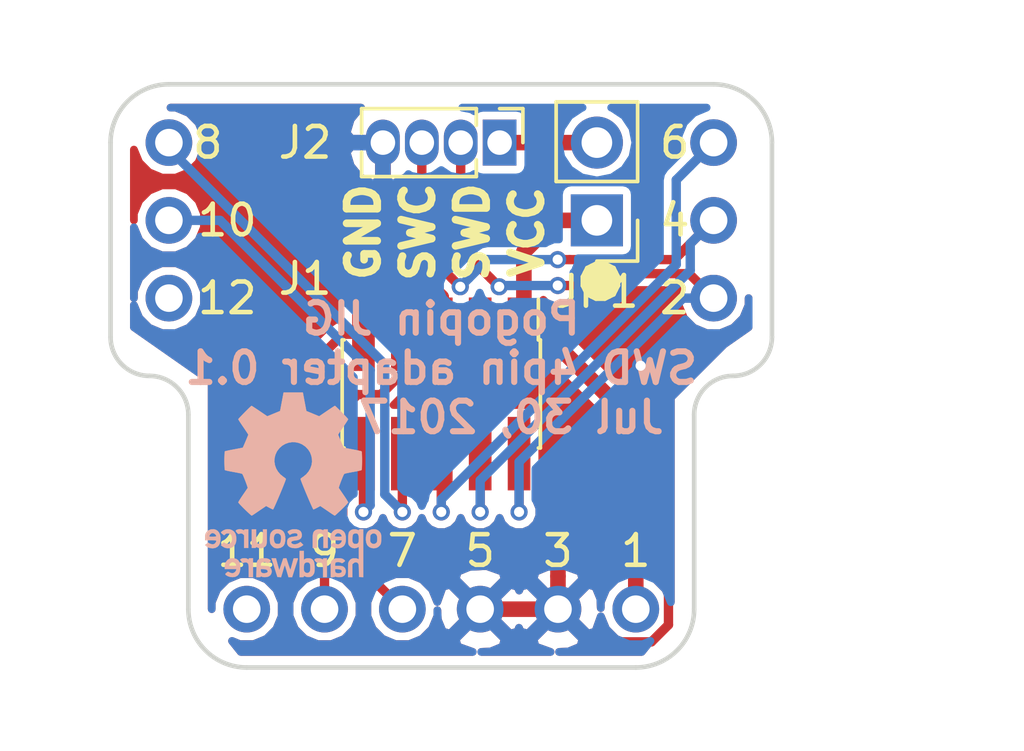
<source format=kicad_pcb>
(kicad_pcb (version 4) (host pcbnew 4.0.6)

  (general
    (links 16)
    (no_connects 0)
    (area 107.620999 93.650999 129.361001 112.851001)
    (thickness 1.6)
    (drawings 19)
    (tracks 93)
    (zones 0)
    (modules 5)
    (nets 13)
  )

  (page A4)
  (layers
    (0 F.Cu signal)
    (31 B.Cu signal)
    (33 F.Adhes user)
    (34 B.Paste user)
    (35 F.Paste user)
    (36 B.SilkS user)
    (37 F.SilkS user)
    (38 B.Mask user)
    (39 F.Mask user)
    (40 Dwgs.User user hide)
    (41 Cmts.User user)
    (42 Eco1.User user)
    (43 Eco2.User user)
    (44 Edge.Cuts user)
    (45 Margin user)
    (47 F.CrtYd user)
    (49 F.Fab user)
  )

  (setup
    (last_trace_width 0.508)
    (user_trace_width 0.1524)
    (user_trace_width 0.1778)
    (user_trace_width 0.2032)
    (user_trace_width 0.254)
    (user_trace_width 0.3048)
    (user_trace_width 0.381)
    (user_trace_width 0.508)
    (user_trace_width 0.762)
    (trace_clearance 0.1524)
    (zone_clearance 0.254)
    (zone_45_only no)
    (trace_min 0.127)
    (segment_width 0.2)
    (edge_width 0.15)
    (via_size 0.5588)
    (via_drill 0.3302)
    (via_min_size 0.4572)
    (via_min_drill 0.254)
    (uvia_size 0.762)
    (uvia_drill 0.508)
    (uvias_allowed no)
    (uvia_min_size 0)
    (uvia_min_drill 0)
    (pcb_text_width 0.3)
    (pcb_text_size 1.5 1.5)
    (mod_edge_width 0.15)
    (mod_text_size 1 1)
    (mod_text_width 0.15)
    (pad_size 1.35 1)
    (pad_drill 0.8)
    (pad_to_mask_clearance 0.0508)
    (aux_axis_origin 0 0)
    (grid_origin 118.491 103.251)
    (visible_elements FFFFFF7F)
    (pcbplotparams
      (layerselection 0x000f0_80000001)
      (usegerberextensions false)
      (excludeedgelayer true)
      (linewidth 0.100000)
      (plotframeref false)
      (viasonmask false)
      (mode 1)
      (useauxorigin false)
      (hpglpennumber 1)
      (hpglpenspeed 20)
      (hpglpendiameter 15)
      (hpglpenoverlay 2)
      (psnegative false)
      (psa4output false)
      (plotreference true)
      (plotvalue true)
      (plotinvisibletext false)
      (padsonsilk false)
      (subtractmaskfromsilk false)
      (outputformat 1)
      (mirror false)
      (drillshape 0)
      (scaleselection 1)
      (outputdirectory ""))
  )

  (net 0 "")
  (net 1 "Net-(J1-Pad6)")
  (net 2 "Net-(J1-Pad7)")
  (net 3 "Net-(J1-Pad8)")
  (net 4 "Net-(J1-Pad9)")
  (net 5 "Net-(J1-Pad10)")
  (net 6 "Net-(J3-Pad11)")
  (net 7 "Net-(J3-Pad12)")
  (net 8 VCC)
  (net 9 SWD)
  (net 10 GND)
  (net 11 SWC)
  (net 12 "Net-(J2-Pad1)")

  (net_class Default "This is the default net class."
    (clearance 0.1524)
    (trace_width 0.1524)
    (via_dia 0.5588)
    (via_drill 0.3302)
    (uvia_dia 0.762)
    (uvia_drill 0.508)
    (add_net GND)
    (add_net "Net-(J1-Pad10)")
    (add_net "Net-(J1-Pad6)")
    (add_net "Net-(J1-Pad7)")
    (add_net "Net-(J1-Pad8)")
    (add_net "Net-(J1-Pad9)")
    (add_net "Net-(J2-Pad1)")
    (add_net "Net-(J3-Pad11)")
    (add_net "Net-(J3-Pad12)")
    (add_net SWC)
    (add_net SWD)
    (add_net VCC)
  )

  (net_class "OSHpark DRC-violating" ""
    (clearance 0.127)
    (trace_width 0.127)
    (via_dia 0.4572)
    (via_drill 0.254)
    (uvia_dia 0.762)
    (uvia_drill 0.508)
  )

  (net_class "OSHpark KiCAD Design Rules" ""
    (clearance 0.1524)
    (trace_width 0.1524)
    (via_dia 0.6858)
    (via_drill 0.3302)
    (uvia_dia 0.762)
    (uvia_drill 0.508)
  )

  (module Pin_Headers:Pin_Header_Straight_1x04_Pitch1.27mm (layer F.Cu) (tedit 597DD0C2) (tstamp 597DC106)
    (at 120.396 95.631 270)
    (descr "Through hole straight pin header, 1x04, 1.27mm pitch, single row")
    (tags "Through hole pin header THT 1x04 1.27mm single row")
    (path /597DA0B6)
    (fp_text reference J2 (at 0 6.35 360) (layer F.SilkS)
      (effects (font (size 1 1) (thickness 0.15)))
    )
    (fp_text value SWDconn4 (at -3.81 8.255 360) (layer F.Fab)
      (effects (font (size 1 1) (thickness 0.15)))
    )
    (fp_line (start -0.525 -0.635) (end 1.05 -0.635) (layer F.Fab) (width 0.1))
    (fp_line (start 1.05 -0.635) (end 1.05 4.445) (layer F.Fab) (width 0.1))
    (fp_line (start 1.05 4.445) (end -1.05 4.445) (layer F.Fab) (width 0.1))
    (fp_line (start -1.05 4.445) (end -1.05 -0.11) (layer F.Fab) (width 0.1))
    (fp_line (start -1.05 -0.11) (end -0.525 -0.635) (layer F.Fab) (width 0.1))
    (fp_line (start -1.11 4.505) (end -0.30753 4.505) (layer F.SilkS) (width 0.12))
    (fp_line (start 0.30753 4.505) (end 1.11 4.505) (layer F.SilkS) (width 0.12))
    (fp_line (start -1.11 0.76) (end -1.11 4.505) (layer F.SilkS) (width 0.12))
    (fp_line (start 1.11 0.76) (end 1.11 4.505) (layer F.SilkS) (width 0.12))
    (fp_line (start -1.11 0.76) (end -0.563471 0.76) (layer F.SilkS) (width 0.12))
    (fp_line (start 0.563471 0.76) (end 1.11 0.76) (layer F.SilkS) (width 0.12))
    (fp_line (start -1.11 0) (end -1.11 -0.76) (layer F.SilkS) (width 0.12))
    (fp_line (start -1.11 -0.76) (end 0 -0.76) (layer F.SilkS) (width 0.12))
    (fp_line (start -1.55 -1.15) (end -1.55 4.95) (layer F.CrtYd) (width 0.05))
    (fp_line (start -1.55 4.95) (end 1.55 4.95) (layer F.CrtYd) (width 0.05))
    (fp_line (start 1.55 4.95) (end 1.55 -1.15) (layer F.CrtYd) (width 0.05))
    (fp_line (start 1.55 -1.15) (end -1.55 -1.15) (layer F.CrtYd) (width 0.05))
    (fp_text user %R (at 0 1.905 360) (layer F.Fab)
      (effects (font (size 1 1) (thickness 0.15)))
    )
    (pad 1 thru_hole trapezoid (at 0 0 270) (size 1.5 1.1) (drill 0.8) (layers *.Cu *.Mask)
      (net 12 "Net-(J2-Pad1)"))
    (pad 2 thru_hole oval (at 0 1.27 270) (size 1.5 1.1) (drill 0.8) (layers *.Cu *.Mask)
      (net 9 SWD))
    (pad 3 thru_hole oval (at 0 2.54 270) (size 1.5 1.1) (drill 0.8) (layers *.Cu *.Mask)
      (net 11 SWC))
    (pad 4 thru_hole oval (at 0 3.81 270) (size 1.5 1.1) (drill 0.8) (layers *.Cu *.Mask)
      (net 10 GND))
    (model ${KISYS3DMOD}/Pin_Headers.3dshapes/Pin_Header_Straight_1x04_Pitch1.27mm.wrl
      (at (xyz 0 0 0))
      (scale (xyz 1 1 1))
      (rotate (xyz 0 0 0))
    )
  )

  (module library:Cortex_Debug_Conn10_SMD_Box (layer F.Cu) (tedit 597DC9AD) (tstamp 597DC0FE)
    (at 118.491 103.841 270)
    (descr "surface-mounted straight pin header, 2x05, 1.27mm pitch, double rows")
    (tags "Surface mounted pin header SMD 2x05 1.27mm double row")
    (path /597D9C33)
    (attr smd)
    (fp_text reference J1 (at -3.765 4.445 360) (layer F.SilkS)
      (effects (font (size 1 1) (thickness 0.15)))
    )
    (fp_text value CortexDebugConn10 (at 10.84 -11.43 360) (layer F.Fab)
      (effects (font (size 1 1) (thickness 0.15)))
    )
    (fp_text user ● (at -3.683 -5.08 270) (layer F.SilkS)
      (effects (font (size 1.5 1.5) (thickness 0.15)))
    )
    (fp_line (start -2.54 -1.651) (end -2.032 -1.651) (layer F.Fab) (width 0.15))
    (fp_line (start -2.032 -1.651) (end -2.032 1.778) (layer F.Fab) (width 0.15))
    (fp_line (start -2.032 1.778) (end -2.54 1.778) (layer F.Fab) (width 0.15))
    (fp_line (start -2.54 -6.35) (end 2.54 -6.35) (layer F.Fab) (width 0.15))
    (fp_line (start 2.54 -6.35) (end 2.54 6.35) (layer F.Fab) (width 0.15))
    (fp_line (start 2.54 6.35) (end -2.54 6.35) (layer F.Fab) (width 0.15))
    (fp_line (start -2.54 6.35) (end -2.54 -6.35) (layer F.Fab) (width 0.15))
    (fp_line (start 1.705 3.175) (end -1.705 3.175) (layer F.Fab) (width 0.1))
    (fp_line (start -1.27 -3.175) (end 1.705 -3.175) (layer F.Fab) (width 0.1))
    (fp_line (start -1.705 3.175) (end -1.705 -2.74) (layer F.Fab) (width 0.1))
    (fp_line (start -1.705 -2.74) (end -1.27 -3.175) (layer F.Fab) (width 0.1))
    (fp_line (start 1.705 -3.175) (end 1.705 3.175) (layer F.Fab) (width 0.1))
    (fp_line (start -1.705 -2.74) (end -2.75 -2.74) (layer F.Fab) (width 0.1))
    (fp_line (start -2.75 -2.74) (end -2.75 -2.34) (layer F.Fab) (width 0.1))
    (fp_line (start -2.75 -2.34) (end -1.705 -2.34) (layer F.Fab) (width 0.1))
    (fp_line (start 1.705 -2.74) (end 2.75 -2.74) (layer F.Fab) (width 0.1))
    (fp_line (start 2.75 -2.74) (end 2.75 -2.34) (layer F.Fab) (width 0.1))
    (fp_line (start 2.75 -2.34) (end 1.705 -2.34) (layer F.Fab) (width 0.1))
    (fp_line (start -1.705 -1.47) (end -2.75 -1.47) (layer F.Fab) (width 0.1))
    (fp_line (start -2.75 -1.47) (end -2.75 -1.07) (layer F.Fab) (width 0.1))
    (fp_line (start -2.75 -1.07) (end -1.705 -1.07) (layer F.Fab) (width 0.1))
    (fp_line (start 1.705 -1.47) (end 2.75 -1.47) (layer F.Fab) (width 0.1))
    (fp_line (start 2.75 -1.47) (end 2.75 -1.07) (layer F.Fab) (width 0.1))
    (fp_line (start 2.75 -1.07) (end 1.705 -1.07) (layer F.Fab) (width 0.1))
    (fp_line (start -1.705 -0.2) (end -2.75 -0.2) (layer F.Fab) (width 0.1))
    (fp_line (start -2.75 -0.2) (end -2.75 0.2) (layer F.Fab) (width 0.1))
    (fp_line (start -2.75 0.2) (end -1.705 0.2) (layer F.Fab) (width 0.1))
    (fp_line (start 1.705 -0.2) (end 2.75 -0.2) (layer F.Fab) (width 0.1))
    (fp_line (start 2.75 -0.2) (end 2.75 0.2) (layer F.Fab) (width 0.1))
    (fp_line (start 2.75 0.2) (end 1.705 0.2) (layer F.Fab) (width 0.1))
    (fp_line (start -1.705 1.07) (end -2.75 1.07) (layer F.Fab) (width 0.1))
    (fp_line (start -2.75 1.07) (end -2.75 1.47) (layer F.Fab) (width 0.1))
    (fp_line (start -2.75 1.47) (end -1.705 1.47) (layer F.Fab) (width 0.1))
    (fp_line (start 1.705 1.07) (end 2.75 1.07) (layer F.Fab) (width 0.1))
    (fp_line (start 2.75 1.07) (end 2.75 1.47) (layer F.Fab) (width 0.1))
    (fp_line (start 2.75 1.47) (end 1.705 1.47) (layer F.Fab) (width 0.1))
    (fp_line (start -1.705 2.34) (end -2.75 2.34) (layer F.Fab) (width 0.1))
    (fp_line (start -2.75 2.34) (end -2.75 2.74) (layer F.Fab) (width 0.1))
    (fp_line (start -2.75 2.74) (end -1.705 2.74) (layer F.Fab) (width 0.1))
    (fp_line (start 1.705 2.34) (end 2.75 2.34) (layer F.Fab) (width 0.1))
    (fp_line (start 2.75 2.34) (end 2.75 2.74) (layer F.Fab) (width 0.1))
    (fp_line (start 2.75 2.74) (end 1.705 2.74) (layer F.Fab) (width 0.1))
    (fp_line (start -1.765 -3.235) (end 1.765 -3.235) (layer F.SilkS) (width 0.12))
    (fp_line (start -1.765 3.235) (end 1.765 3.235) (layer F.SilkS) (width 0.12))
    (fp_line (start -3.09 -3.17) (end -1.765 -3.17) (layer F.SilkS) (width 0.12))
    (fp_line (start -1.765 -3.235) (end -1.765 -3.17) (layer F.SilkS) (width 0.12))
    (fp_line (start 1.765 -3.235) (end 1.765 -3.17) (layer F.SilkS) (width 0.12))
    (fp_line (start -1.765 3.17) (end -1.765 3.235) (layer F.SilkS) (width 0.12))
    (fp_line (start 1.765 3.17) (end 1.765 3.235) (layer F.SilkS) (width 0.12))
    (fp_line (start -4.3 -3.7) (end -4.3 3.7) (layer F.CrtYd) (width 0.05))
    (fp_line (start -4.3 3.7) (end 4.3 3.7) (layer F.CrtYd) (width 0.05))
    (fp_line (start 4.3 3.7) (end 4.3 -3.7) (layer F.CrtYd) (width 0.05))
    (fp_line (start 4.3 -3.7) (end -4.3 -3.7) (layer F.CrtYd) (width 0.05))
    (fp_text user %R (at 0 0 360) (layer F.Fab)
      (effects (font (size 1 1) (thickness 0.15)))
    )
    (pad 1 smd rect (at -1.95 -2.54 270) (size 2.4 0.74) (layers F.Cu F.Paste F.Mask)
      (net 8 VCC))
    (pad 2 smd rect (at 1.95 -2.54 270) (size 2.4 0.74) (layers F.Cu F.Paste F.Mask)
      (net 9 SWD))
    (pad 3 smd rect (at -1.95 -1.27 270) (size 2.4 0.74) (layers F.Cu F.Paste F.Mask)
      (net 10 GND))
    (pad 4 smd rect (at 1.95 -1.27 270) (size 2.4 0.74) (layers F.Cu F.Paste F.Mask)
      (net 11 SWC))
    (pad 5 smd rect (at -1.95 0 270) (size 2.4 0.74) (layers F.Cu F.Paste F.Mask)
      (net 10 GND))
    (pad 6 smd rect (at 1.95 0 270) (size 2.4 0.74) (layers F.Cu F.Paste F.Mask)
      (net 1 "Net-(J1-Pad6)"))
    (pad 7 smd rect (at -1.95 1.27 270) (size 2.4 0.74) (layers F.Cu F.Paste F.Mask)
      (net 2 "Net-(J1-Pad7)"))
    (pad 8 smd rect (at 1.95 1.27 270) (size 2.4 0.74) (layers F.Cu F.Paste F.Mask)
      (net 3 "Net-(J1-Pad8)"))
    (pad 9 smd rect (at -1.95 2.54 270) (size 2.4 0.74) (layers F.Cu F.Paste F.Mask)
      (net 4 "Net-(J1-Pad9)"))
    (pad 10 smd rect (at 1.95 2.54 270) (size 2.4 0.74) (layers F.Cu F.Paste F.Mask)
      (net 5 "Net-(J1-Pad10)"))
    (model ${KISYS3DMOD}/Pin_Headers.3dshapes/Pin_Header_Straight_2x05_Pitch1.27mm_SMD.wrl
      (at (xyz 0 0 0))
      (scale (xyz 1 1 1))
      (rotate (xyz 0 0 0))
    )
  )

  (module library:PogopinJIG-12 (layer F.Cu) (tedit 597DC9B6) (tstamp 597DC122)
    (at 118.491 103.251)
    (path /597DB878)
    (fp_text reference J3 (at -13.335 -10.795) (layer F.SilkS) hide
      (effects (font (size 1 1) (thickness 0.15)))
    )
    (fp_text value PogopinJIG (at -10.16 11.43) (layer F.Fab)
      (effects (font (size 1 1) (thickness 0.15)))
    )
    (fp_text user 12 (at -6.985 -2.54) (layer F.SilkS)
      (effects (font (size 1 1) (thickness 0.15)))
    )
    (fp_text user 11 (at -6.35 5.715) (layer F.SilkS)
      (effects (font (size 1 1) (thickness 0.15)))
    )
    (fp_text user 10 (at -6.985 -5.08) (layer F.SilkS)
      (effects (font (size 1 1) (thickness 0.15)))
    )
    (fp_text user 9 (at -3.81 5.715) (layer F.SilkS)
      (effects (font (size 1 1) (thickness 0.15)))
    )
    (fp_text user 8 (at -7.62 -7.62) (layer F.SilkS)
      (effects (font (size 1 1) (thickness 0.15)))
    )
    (fp_text user 7 (at -1.27 5.715) (layer F.SilkS)
      (effects (font (size 1 1) (thickness 0.15)))
    )
    (fp_text user 6 (at 7.62 -7.62) (layer F.SilkS)
      (effects (font (size 1 1) (thickness 0.15)))
    )
    (fp_text user 5 (at 1.27 5.715) (layer F.SilkS)
      (effects (font (size 1 1) (thickness 0.15)))
    )
    (fp_text user 4 (at 7.62 -5.08) (layer F.SilkS)
      (effects (font (size 1 1) (thickness 0.15)))
    )
    (fp_text user 3 (at 3.81 5.715) (layer F.SilkS)
      (effects (font (size 1 1) (thickness 0.15)))
    )
    (fp_text user 2 (at 7.62 -2.54) (layer F.SilkS)
      (effects (font (size 1 1) (thickness 0.15)))
    )
    (fp_text user 1 (at 6.35 5.715) (layer F.SilkS)
      (effects (font (size 1 1) (thickness 0.15)))
    )
    (pad 1 thru_hole circle (at 6.35 7.62) (size 1.524 1.524) (drill 0.9) (layers *.Cu *.Mask)
      (net 8 VCC))
    (pad 2 thru_hole circle (at 8.89 -2.54) (size 1.524 1.524) (drill 0.9) (layers *.Cu *.Mask)
      (net 9 SWD))
    (pad 3 thru_hole circle (at 3.81 7.62) (size 1.524 1.524) (drill 0.9) (layers *.Cu *.Mask)
      (net 10 GND))
    (pad 4 thru_hole circle (at 8.89 -5.08) (size 1.524 1.524) (drill 0.9) (layers *.Cu *.Mask)
      (net 11 SWC))
    (pad 5 thru_hole circle (at 1.27 7.62) (size 1.524 1.524) (drill 0.9) (layers *.Cu *.Mask)
      (net 10 GND))
    (pad 6 thru_hole circle (at 8.89 -7.62) (size 1.524 1.524) (drill 0.9) (layers *.Cu *.Mask)
      (net 1 "Net-(J1-Pad6)"))
    (pad 7 thru_hole circle (at -1.27 7.62) (size 1.524 1.524) (drill 0.9) (layers *.Cu *.Mask)
      (net 2 "Net-(J1-Pad7)"))
    (pad 8 thru_hole circle (at -8.89 -7.62) (size 1.524 1.524) (drill 0.9) (layers *.Cu *.Mask)
      (net 3 "Net-(J1-Pad8)"))
    (pad 9 thru_hole circle (at -3.81 7.62) (size 1.524 1.524) (drill 0.9) (layers *.Cu *.Mask)
      (net 4 "Net-(J1-Pad9)"))
    (pad 10 thru_hole circle (at -8.89 -5.08) (size 1.524 1.524) (drill 0.9) (layers *.Cu *.Mask)
      (net 5 "Net-(J1-Pad10)"))
    (pad 11 thru_hole circle (at -6.35 7.62) (size 1.524 1.524) (drill 0.9) (layers *.Cu *.Mask)
      (net 6 "Net-(J3-Pad11)"))
    (pad 12 thru_hole circle (at -8.89 -2.54) (size 1.524 1.524) (drill 0.9) (layers *.Cu *.Mask)
      (net 7 "Net-(J3-Pad12)"))
  )

  (module Symbols:OSHW-Logo_5.7x6mm_SilkScreen (layer B.Cu) (tedit 0) (tstamp 597DCE8C)
    (at 113.665 106.807 180)
    (descr "Open Source Hardware Logo")
    (tags "Logo OSHW")
    (attr virtual)
    (fp_text reference REF*** (at 0 0 180) (layer B.SilkS) hide
      (effects (font (size 1 1) (thickness 0.15)) (justify mirror))
    )
    (fp_text value OSHW-Logo_5.7x6mm_SilkScreen (at 0.75 0 180) (layer B.Fab) hide
      (effects (font (size 1 1) (thickness 0.15)) (justify mirror))
    )
    (fp_poly (pts (xy -1.908759 -1.469184) (xy -1.882247 -1.482282) (xy -1.849553 -1.505106) (xy -1.825725 -1.529996)
      (xy -1.809406 -1.561249) (xy -1.79924 -1.603166) (xy -1.793872 -1.660044) (xy -1.791944 -1.736184)
      (xy -1.791831 -1.768917) (xy -1.792161 -1.840656) (xy -1.793527 -1.891927) (xy -1.7965 -1.927404)
      (xy -1.801649 -1.951763) (xy -1.809543 -1.96968) (xy -1.817757 -1.981902) (xy -1.870187 -2.033905)
      (xy -1.93193 -2.065184) (xy -1.998536 -2.074592) (xy -2.065558 -2.06098) (xy -2.086792 -2.051354)
      (xy -2.137624 -2.024859) (xy -2.137624 -2.440052) (xy -2.100525 -2.420868) (xy -2.051643 -2.406025)
      (xy -1.991561 -2.402222) (xy -1.931564 -2.409243) (xy -1.886256 -2.425013) (xy -1.848675 -2.455047)
      (xy -1.816564 -2.498024) (xy -1.81415 -2.502436) (xy -1.803967 -2.523221) (xy -1.79653 -2.54417)
      (xy -1.791411 -2.569548) (xy -1.788181 -2.603618) (xy -1.786413 -2.650641) (xy -1.785677 -2.714882)
      (xy -1.785544 -2.787176) (xy -1.785544 -3.017822) (xy -1.923861 -3.017822) (xy -1.923861 -2.592533)
      (xy -1.962549 -2.559979) (xy -2.002738 -2.53394) (xy -2.040797 -2.529205) (xy -2.079066 -2.541389)
      (xy -2.099462 -2.55332) (xy -2.114642 -2.570313) (xy -2.125438 -2.595995) (xy -2.132683 -2.633991)
      (xy -2.137208 -2.687926) (xy -2.139844 -2.761425) (xy -2.140772 -2.810347) (xy -2.143911 -3.011535)
      (xy -2.209926 -3.015336) (xy -2.27594 -3.019136) (xy -2.27594 -1.77065) (xy -2.137624 -1.77065)
      (xy -2.134097 -1.840254) (xy -2.122215 -1.888569) (xy -2.10002 -1.918631) (xy -2.065559 -1.933471)
      (xy -2.030742 -1.936436) (xy -1.991329 -1.933028) (xy -1.965171 -1.919617) (xy -1.948814 -1.901896)
      (xy -1.935937 -1.882835) (xy -1.928272 -1.861601) (xy -1.924861 -1.831849) (xy -1.924749 -1.787236)
      (xy -1.925897 -1.74988) (xy -1.928532 -1.693604) (xy -1.932456 -1.656658) (xy -1.939063 -1.633223)
      (xy -1.949749 -1.61748) (xy -1.959833 -1.60838) (xy -2.00197 -1.588537) (xy -2.05184 -1.585332)
      (xy -2.080476 -1.592168) (xy -2.108828 -1.616464) (xy -2.127609 -1.663728) (xy -2.136712 -1.733624)
      (xy -2.137624 -1.77065) (xy -2.27594 -1.77065) (xy -2.27594 -1.458614) (xy -2.206782 -1.458614)
      (xy -2.16526 -1.460256) (xy -2.143838 -1.466087) (xy -2.137626 -1.477461) (xy -2.137624 -1.477798)
      (xy -2.134742 -1.488938) (xy -2.12203 -1.487673) (xy -2.096757 -1.475433) (xy -2.037869 -1.456707)
      (xy -1.971615 -1.454739) (xy -1.908759 -1.469184)) (layer B.SilkS) (width 0.01))
    (fp_poly (pts (xy -1.38421 -2.406555) (xy -1.325055 -2.422339) (xy -1.280023 -2.450948) (xy -1.248246 -2.488419)
      (xy -1.238366 -2.504411) (xy -1.231073 -2.521163) (xy -1.225974 -2.542592) (xy -1.222679 -2.572616)
      (xy -1.220797 -2.615154) (xy -1.219937 -2.674122) (xy -1.219707 -2.75344) (xy -1.219703 -2.774484)
      (xy -1.219703 -3.017822) (xy -1.280059 -3.017822) (xy -1.318557 -3.015126) (xy -1.347023 -3.008295)
      (xy -1.354155 -3.004083) (xy -1.373652 -2.996813) (xy -1.393566 -3.004083) (xy -1.426353 -3.01316)
      (xy -1.473978 -3.016813) (xy -1.526764 -3.015228) (xy -1.575036 -3.008589) (xy -1.603218 -3.000072)
      (xy -1.657753 -2.965063) (xy -1.691835 -2.916479) (xy -1.707157 -2.851882) (xy -1.707299 -2.850223)
      (xy -1.705955 -2.821566) (xy -1.584356 -2.821566) (xy -1.573726 -2.854161) (xy -1.55641 -2.872505)
      (xy -1.521652 -2.886379) (xy -1.475773 -2.891917) (xy -1.428988 -2.889191) (xy -1.391514 -2.878274)
      (xy -1.381015 -2.871269) (xy -1.362668 -2.838904) (xy -1.35802 -2.802111) (xy -1.35802 -2.753763)
      (xy -1.427582 -2.753763) (xy -1.493667 -2.75885) (xy -1.543764 -2.773263) (xy -1.574929 -2.795729)
      (xy -1.584356 -2.821566) (xy -1.705955 -2.821566) (xy -1.703987 -2.779647) (xy -1.68071 -2.723845)
      (xy -1.636948 -2.681647) (xy -1.630899 -2.677808) (xy -1.604907 -2.665309) (xy -1.572735 -2.65774)
      (xy -1.52776 -2.654061) (xy -1.474331 -2.653216) (xy -1.35802 -2.653169) (xy -1.35802 -2.604411)
      (xy -1.362953 -2.566581) (xy -1.375543 -2.541236) (xy -1.377017 -2.539887) (xy -1.405034 -2.5288)
      (xy -1.447326 -2.524503) (xy -1.494064 -2.526615) (xy -1.535418 -2.534756) (xy -1.559957 -2.546965)
      (xy -1.573253 -2.556746) (xy -1.587294 -2.558613) (xy -1.606671 -2.5506) (xy -1.635976 -2.530739)
      (xy -1.679803 -2.497063) (xy -1.683825 -2.493909) (xy -1.681764 -2.482236) (xy -1.664568 -2.462822)
      (xy -1.638433 -2.441248) (xy -1.609552 -2.423096) (xy -1.600478 -2.418809) (xy -1.56738 -2.410256)
      (xy -1.51888 -2.404155) (xy -1.464695 -2.401708) (xy -1.462161 -2.401703) (xy -1.38421 -2.406555)) (layer B.SilkS) (width 0.01))
    (fp_poly (pts (xy -0.993356 -2.40302) (xy -0.974539 -2.40866) (xy -0.968473 -2.421053) (xy -0.968218 -2.426647)
      (xy -0.967129 -2.44223) (xy -0.959632 -2.444676) (xy -0.939381 -2.433993) (xy -0.927351 -2.426694)
      (xy -0.8894 -2.411063) (xy -0.844072 -2.403334) (xy -0.796544 -2.40274) (xy -0.751995 -2.408513)
      (xy -0.715602 -2.419884) (xy -0.692543 -2.436088) (xy -0.687996 -2.456355) (xy -0.690291 -2.461843)
      (xy -0.70702 -2.484626) (xy -0.732963 -2.512647) (xy -0.737655 -2.517177) (xy -0.762383 -2.538005)
      (xy -0.783718 -2.544735) (xy -0.813555 -2.540038) (xy -0.825508 -2.536917) (xy -0.862705 -2.529421)
      (xy -0.888859 -2.532792) (xy -0.910946 -2.544681) (xy -0.931178 -2.560635) (xy -0.946079 -2.5807)
      (xy -0.956434 -2.608702) (xy -0.963029 -2.648467) (xy -0.966649 -2.703823) (xy -0.968078 -2.778594)
      (xy -0.968218 -2.82374) (xy -0.968218 -3.017822) (xy -1.09396 -3.017822) (xy -1.09396 -2.401683)
      (xy -1.031089 -2.401683) (xy -0.993356 -2.40302)) (layer B.SilkS) (width 0.01))
    (fp_poly (pts (xy -0.201188 -3.017822) (xy -0.270346 -3.017822) (xy -0.310488 -3.016645) (xy -0.331394 -3.011772)
      (xy -0.338922 -3.001186) (xy -0.339505 -2.994029) (xy -0.340774 -2.979676) (xy -0.348779 -2.976923)
      (xy -0.369815 -2.985771) (xy -0.386173 -2.994029) (xy -0.448977 -3.013597) (xy -0.517248 -3.014729)
      (xy -0.572752 -3.000135) (xy -0.624438 -2.964877) (xy -0.663838 -2.912835) (xy -0.685413 -2.85145)
      (xy -0.685962 -2.848018) (xy -0.689167 -2.810571) (xy -0.690761 -2.756813) (xy -0.690633 -2.716155)
      (xy -0.553279 -2.716155) (xy -0.550097 -2.770194) (xy -0.542859 -2.814735) (xy -0.53306 -2.839888)
      (xy -0.495989 -2.87426) (xy -0.451974 -2.886582) (xy -0.406584 -2.876618) (xy -0.367797 -2.846895)
      (xy -0.353108 -2.826905) (xy -0.344519 -2.80305) (xy -0.340496 -2.76823) (xy -0.339505 -2.71593)
      (xy -0.341278 -2.664139) (xy -0.345963 -2.618634) (xy -0.352603 -2.588181) (xy -0.35371 -2.585452)
      (xy -0.380491 -2.553) (xy -0.419579 -2.535183) (xy -0.463315 -2.532306) (xy -0.504038 -2.544674)
      (xy -0.534087 -2.572593) (xy -0.537204 -2.578148) (xy -0.546961 -2.612022) (xy -0.552277 -2.660728)
      (xy -0.553279 -2.716155) (xy -0.690633 -2.716155) (xy -0.690568 -2.69554) (xy -0.689664 -2.662563)
      (xy -0.683514 -2.580981) (xy -0.670733 -2.51973) (xy -0.649471 -2.474449) (xy -0.617878 -2.440779)
      (xy -0.587207 -2.421014) (xy -0.544354 -2.40712) (xy -0.491056 -2.402354) (xy -0.43648 -2.406236)
      (xy -0.389792 -2.418282) (xy -0.365124 -2.432693) (xy -0.339505 -2.455878) (xy -0.339505 -2.162773)
      (xy -0.201188 -2.162773) (xy -0.201188 -3.017822)) (layer B.SilkS) (width 0.01))
    (fp_poly (pts (xy 0.281524 -2.404237) (xy 0.331255 -2.407971) (xy 0.461291 -2.797773) (xy 0.481678 -2.728614)
      (xy 0.493946 -2.685874) (xy 0.510085 -2.628115) (xy 0.527512 -2.564625) (xy 0.536726 -2.53057)
      (xy 0.571388 -2.401683) (xy 0.714391 -2.401683) (xy 0.671646 -2.536857) (xy 0.650596 -2.603342)
      (xy 0.625167 -2.683539) (xy 0.59861 -2.767193) (xy 0.574902 -2.841782) (xy 0.520902 -3.011535)
      (xy 0.462598 -3.015328) (xy 0.404295 -3.019122) (xy 0.372679 -2.914734) (xy 0.353182 -2.849889)
      (xy 0.331904 -2.7784) (xy 0.313308 -2.715263) (xy 0.312574 -2.71275) (xy 0.298684 -2.669969)
      (xy 0.286429 -2.640779) (xy 0.277846 -2.629741) (xy 0.276082 -2.631018) (xy 0.269891 -2.64813)
      (xy 0.258128 -2.684787) (xy 0.242225 -2.736378) (xy 0.223614 -2.798294) (xy 0.213543 -2.832352)
      (xy 0.159007 -3.017822) (xy 0.043264 -3.017822) (xy -0.049263 -2.725471) (xy -0.075256 -2.643462)
      (xy -0.098934 -2.568987) (xy -0.11918 -2.505544) (xy -0.134874 -2.456632) (xy -0.144898 -2.425749)
      (xy -0.147945 -2.416726) (xy -0.145533 -2.407487) (xy -0.126592 -2.403441) (xy -0.087177 -2.403846)
      (xy -0.081007 -2.404152) (xy -0.007914 -2.407971) (xy 0.039957 -2.58401) (xy 0.057553 -2.648211)
      (xy 0.073277 -2.704649) (xy 0.085746 -2.748422) (xy 0.093574 -2.77463) (xy 0.09502 -2.778903)
      (xy 0.101014 -2.77399) (xy 0.113101 -2.748532) (xy 0.129893 -2.705997) (xy 0.150003 -2.64985)
      (xy 0.167003 -2.59913) (xy 0.231794 -2.400504) (xy 0.281524 -2.404237)) (layer B.SilkS) (width 0.01))
    (fp_poly (pts (xy 1.038411 -2.405417) (xy 1.091411 -2.41829) (xy 1.106731 -2.42511) (xy 1.136428 -2.442974)
      (xy 1.15922 -2.463093) (xy 1.176083 -2.488962) (xy 1.187998 -2.524073) (xy 1.195942 -2.57192)
      (xy 1.200894 -2.635996) (xy 1.203831 -2.719794) (xy 1.204947 -2.775768) (xy 1.209052 -3.017822)
      (xy 1.138932 -3.017822) (xy 1.096393 -3.016038) (xy 1.074476 -3.009942) (xy 1.068812 -2.999706)
      (xy 1.065821 -2.988637) (xy 1.052451 -2.990754) (xy 1.034233 -2.999629) (xy 0.988624 -3.013233)
      (xy 0.930007 -3.016899) (xy 0.868354 -3.010903) (xy 0.813638 -2.995521) (xy 0.80873 -2.993386)
      (xy 0.758723 -2.958255) (xy 0.725756 -2.909419) (xy 0.710587 -2.852333) (xy 0.711746 -2.831824)
      (xy 0.835508 -2.831824) (xy 0.846413 -2.859425) (xy 0.878745 -2.879204) (xy 0.93091 -2.889819)
      (xy 0.958787 -2.891228) (xy 1.005247 -2.88762) (xy 1.036129 -2.873597) (xy 1.043664 -2.866931)
      (xy 1.064076 -2.830666) (xy 1.068812 -2.797773) (xy 1.068812 -2.753763) (xy 1.007513 -2.753763)
      (xy 0.936256 -2.757395) (xy 0.886276 -2.768818) (xy 0.854696 -2.788824) (xy 0.847626 -2.797743)
      (xy 0.835508 -2.831824) (xy 0.711746 -2.831824) (xy 0.713971 -2.792456) (xy 0.736663 -2.735244)
      (xy 0.767624 -2.69658) (xy 0.786376 -2.679864) (xy 0.804733 -2.668878) (xy 0.828619 -2.66218)
      (xy 0.863957 -2.658326) (xy 0.916669 -2.655873) (xy 0.937577 -2.655168) (xy 1.068812 -2.650879)
      (xy 1.06862 -2.611158) (xy 1.063537 -2.569405) (xy 1.045162 -2.544158) (xy 1.008039 -2.52803)
      (xy 1.007043 -2.527742) (xy 0.95441 -2.5214) (xy 0.902906 -2.529684) (xy 0.86463 -2.549827)
      (xy 0.849272 -2.559773) (xy 0.83273 -2.558397) (xy 0.807275 -2.543987) (xy 0.792328 -2.533817)
      (xy 0.763091 -2.512088) (xy 0.74498 -2.4958) (xy 0.742074 -2.491137) (xy 0.75404 -2.467005)
      (xy 0.789396 -2.438185) (xy 0.804753 -2.428461) (xy 0.848901 -2.411714) (xy 0.908398 -2.402227)
      (xy 0.974487 -2.400095) (xy 1.038411 -2.405417)) (layer B.SilkS) (width 0.01))
    (fp_poly (pts (xy 1.635255 -2.401486) (xy 1.683595 -2.411015) (xy 1.711114 -2.425125) (xy 1.740064 -2.448568)
      (xy 1.698876 -2.500571) (xy 1.673482 -2.532064) (xy 1.656238 -2.547428) (xy 1.639102 -2.549776)
      (xy 1.614027 -2.542217) (xy 1.602257 -2.537941) (xy 1.55427 -2.531631) (xy 1.510324 -2.545156)
      (xy 1.47806 -2.57571) (xy 1.472819 -2.585452) (xy 1.467112 -2.611258) (xy 1.462706 -2.658817)
      (xy 1.459811 -2.724758) (xy 1.458631 -2.80571) (xy 1.458614 -2.817226) (xy 1.458614 -3.017822)
      (xy 1.320297 -3.017822) (xy 1.320297 -2.401683) (xy 1.389456 -2.401683) (xy 1.429333 -2.402725)
      (xy 1.450107 -2.407358) (xy 1.457789 -2.417849) (xy 1.458614 -2.427745) (xy 1.458614 -2.453806)
      (xy 1.491745 -2.427745) (xy 1.529735 -2.409965) (xy 1.58077 -2.401174) (xy 1.635255 -2.401486)) (layer B.SilkS) (width 0.01))
    (fp_poly (pts (xy 2.032581 -2.40497) (xy 2.092685 -2.420597) (xy 2.143021 -2.452848) (xy 2.167393 -2.47694)
      (xy 2.207345 -2.533895) (xy 2.230242 -2.599965) (xy 2.238108 -2.681182) (xy 2.238148 -2.687748)
      (xy 2.238218 -2.753763) (xy 1.858264 -2.753763) (xy 1.866363 -2.788342) (xy 1.880987 -2.819659)
      (xy 1.906581 -2.852291) (xy 1.911935 -2.8575) (xy 1.957943 -2.885694) (xy 2.01041 -2.890475)
      (xy 2.070803 -2.871926) (xy 2.08104 -2.866931) (xy 2.112439 -2.851745) (xy 2.13347 -2.843094)
      (xy 2.137139 -2.842293) (xy 2.149948 -2.850063) (xy 2.174378 -2.869072) (xy 2.186779 -2.87946)
      (xy 2.212476 -2.903321) (xy 2.220915 -2.919077) (xy 2.215058 -2.933571) (xy 2.211928 -2.937534)
      (xy 2.190725 -2.954879) (xy 2.155738 -2.975959) (xy 2.131337 -2.988265) (xy 2.062072 -3.009946)
      (xy 1.985388 -3.016971) (xy 1.912765 -3.008647) (xy 1.892426 -3.002686) (xy 1.829476 -2.968952)
      (xy 1.782815 -2.917045) (xy 1.752173 -2.846459) (xy 1.737282 -2.756692) (xy 1.735647 -2.709753)
      (xy 1.740421 -2.641413) (xy 1.86099 -2.641413) (xy 1.872652 -2.646465) (xy 1.903998 -2.650429)
      (xy 1.949571 -2.652768) (xy 1.980446 -2.653169) (xy 2.035981 -2.652783) (xy 2.071033 -2.650975)
      (xy 2.090262 -2.646773) (xy 2.09833 -2.639203) (xy 2.099901 -2.628218) (xy 2.089121 -2.594381)
      (xy 2.06198 -2.56094) (xy 2.026277 -2.535272) (xy 1.99056 -2.524772) (xy 1.942048 -2.534086)
      (xy 1.900053 -2.561013) (xy 1.870936 -2.599827) (xy 1.86099 -2.641413) (xy 1.740421 -2.641413)
      (xy 1.742599 -2.610236) (xy 1.764055 -2.530949) (xy 1.80047 -2.471263) (xy 1.852297 -2.430549)
      (xy 1.91999 -2.408179) (xy 1.956662 -2.403871) (xy 2.032581 -2.40497)) (layer B.SilkS) (width 0.01))
    (fp_poly (pts (xy -2.538261 -1.465148) (xy -2.472479 -1.494231) (xy -2.42254 -1.542793) (xy -2.388374 -1.610908)
      (xy -2.369907 -1.698651) (xy -2.368583 -1.712351) (xy -2.367546 -1.808939) (xy -2.380993 -1.893602)
      (xy -2.408108 -1.962221) (xy -2.422627 -1.984294) (xy -2.473201 -2.031011) (xy -2.537609 -2.061268)
      (xy -2.609666 -2.073824) (xy -2.683185 -2.067439) (xy -2.739072 -2.047772) (xy -2.787132 -2.014629)
      (xy -2.826412 -1.971175) (xy -2.827092 -1.970158) (xy -2.843044 -1.943338) (xy -2.85341 -1.916368)
      (xy -2.859688 -1.882332) (xy -2.863373 -1.83431) (xy -2.864997 -1.794931) (xy -2.865672 -1.759219)
      (xy -2.739955 -1.759219) (xy -2.738726 -1.79477) (xy -2.734266 -1.842094) (xy -2.726397 -1.872465)
      (xy -2.712207 -1.894072) (xy -2.698917 -1.906694) (xy -2.651802 -1.933122) (xy -2.602505 -1.936653)
      (xy -2.556593 -1.917639) (xy -2.533638 -1.896331) (xy -2.517096 -1.874859) (xy -2.507421 -1.854313)
      (xy -2.503174 -1.827574) (xy -2.50292 -1.787523) (xy -2.504228 -1.750638) (xy -2.507043 -1.697947)
      (xy -2.511505 -1.663772) (xy -2.519548 -1.64148) (xy -2.533103 -1.624442) (xy -2.543845 -1.614703)
      (xy -2.588777 -1.589123) (xy -2.637249 -1.587847) (xy -2.677894 -1.602999) (xy -2.712567 -1.634642)
      (xy -2.733224 -1.68662) (xy -2.739955 -1.759219) (xy -2.865672 -1.759219) (xy -2.866479 -1.716621)
      (xy -2.863948 -1.658056) (xy -2.856362 -1.614007) (xy -2.842681 -1.579248) (xy -2.821865 -1.548551)
      (xy -2.814147 -1.539436) (xy -2.765889 -1.494021) (xy -2.714128 -1.467493) (xy -2.650828 -1.456379)
      (xy -2.619961 -1.455471) (xy -2.538261 -1.465148)) (layer B.SilkS) (width 0.01))
    (fp_poly (pts (xy -1.356699 -1.472614) (xy -1.344168 -1.478514) (xy -1.300799 -1.510283) (xy -1.25979 -1.556646)
      (xy -1.229168 -1.607696) (xy -1.220459 -1.631166) (xy -1.212512 -1.673091) (xy -1.207774 -1.723757)
      (xy -1.207199 -1.744679) (xy -1.207129 -1.810693) (xy -1.587083 -1.810693) (xy -1.578983 -1.845273)
      (xy -1.559104 -1.88617) (xy -1.524347 -1.921514) (xy -1.482998 -1.944282) (xy -1.456649 -1.94901)
      (xy -1.420916 -1.943273) (xy -1.378282 -1.928882) (xy -1.363799 -1.922262) (xy -1.31024 -1.895513)
      (xy -1.264533 -1.930376) (xy -1.238158 -1.953955) (xy -1.224124 -1.973417) (xy -1.223414 -1.979129)
      (xy -1.235951 -1.992973) (xy -1.263428 -2.014012) (xy -1.288366 -2.030425) (xy -1.355664 -2.05993)
      (xy -1.43111 -2.073284) (xy -1.505888 -2.069812) (xy -1.565495 -2.051663) (xy -1.626941 -2.012784)
      (xy -1.670608 -1.961595) (xy -1.697926 -1.895367) (xy -1.710322 -1.811371) (xy -1.711421 -1.772936)
      (xy -1.707022 -1.684861) (xy -1.706482 -1.682299) (xy -1.580582 -1.682299) (xy -1.577115 -1.690558)
      (xy -1.562863 -1.695113) (xy -1.53347 -1.697065) (xy -1.484575 -1.697517) (xy -1.465748 -1.697525)
      (xy -1.408467 -1.696843) (xy -1.372141 -1.694364) (xy -1.352604 -1.689443) (xy -1.34569 -1.681434)
      (xy -1.345445 -1.678862) (xy -1.353336 -1.658423) (xy -1.373085 -1.629789) (xy -1.381575 -1.619763)
      (xy -1.413094 -1.591408) (xy -1.445949 -1.580259) (xy -1.463651 -1.579327) (xy -1.511539 -1.590981)
      (xy -1.551699 -1.622285) (xy -1.577173 -1.667752) (xy -1.577625 -1.669233) (xy -1.580582 -1.682299)
      (xy -1.706482 -1.682299) (xy -1.692392 -1.61551) (xy -1.666038 -1.560025) (xy -1.633807 -1.520639)
      (xy -1.574217 -1.477931) (xy -1.504168 -1.455109) (xy -1.429661 -1.453046) (xy -1.356699 -1.472614)) (layer B.SilkS) (width 0.01))
    (fp_poly (pts (xy 0.014017 -1.456452) (xy 0.061634 -1.465482) (xy 0.111034 -1.48437) (xy 0.116312 -1.486777)
      (xy 0.153774 -1.506476) (xy 0.179717 -1.524781) (xy 0.188103 -1.536508) (xy 0.180117 -1.555632)
      (xy 0.16072 -1.58385) (xy 0.15211 -1.594384) (xy 0.116628 -1.635847) (xy 0.070885 -1.608858)
      (xy 0.02735 -1.590878) (xy -0.02295 -1.581267) (xy -0.071188 -1.58066) (xy -0.108533 -1.589691)
      (xy -0.117495 -1.595327) (xy -0.134563 -1.621171) (xy -0.136637 -1.650941) (xy -0.123866 -1.674197)
      (xy -0.116312 -1.678708) (xy -0.093675 -1.684309) (xy -0.053885 -1.690892) (xy -0.004834 -1.697183)
      (xy 0.004215 -1.69817) (xy 0.082996 -1.711798) (xy 0.140136 -1.734946) (xy 0.17803 -1.769752)
      (xy 0.199079 -1.818354) (xy 0.205635 -1.877718) (xy 0.196577 -1.945198) (xy 0.167164 -1.998188)
      (xy 0.117278 -2.036783) (xy 0.0468 -2.061081) (xy -0.031435 -2.070667) (xy -0.095234 -2.070552)
      (xy -0.146984 -2.061845) (xy -0.182327 -2.049825) (xy -0.226983 -2.02888) (xy -0.268253 -2.004574)
      (xy -0.282921 -1.993876) (xy -0.320643 -1.963084) (xy -0.275148 -1.917049) (xy -0.229653 -1.871013)
      (xy -0.177928 -1.905243) (xy -0.126048 -1.930952) (xy -0.070649 -1.944399) (xy -0.017395 -1.945818)
      (xy 0.028049 -1.935443) (xy 0.060016 -1.913507) (xy 0.070338 -1.894998) (xy 0.068789 -1.865314)
      (xy 0.04314 -1.842615) (xy -0.00654 -1.82694) (xy -0.060969 -1.819695) (xy -0.144736 -1.805873)
      (xy -0.206967 -1.779796) (xy -0.248493 -1.740699) (xy -0.270147 -1.68782) (xy -0.273147 -1.625126)
      (xy -0.258329 -1.559642) (xy -0.224546 -1.510144) (xy -0.171495 -1.476408) (xy -0.098874 -1.458207)
      (xy -0.045072 -1.454639) (xy 0.014017 -1.456452)) (layer B.SilkS) (width 0.01))
    (fp_poly (pts (xy 0.610762 -1.466055) (xy 0.674363 -1.500692) (xy 0.724123 -1.555372) (xy 0.747568 -1.599842)
      (xy 0.757634 -1.639121) (xy 0.764156 -1.695116) (xy 0.766951 -1.759621) (xy 0.765836 -1.824429)
      (xy 0.760626 -1.881334) (xy 0.754541 -1.911727) (xy 0.734014 -1.953306) (xy 0.698463 -1.997468)
      (xy 0.655619 -2.036087) (xy 0.613211 -2.061034) (xy 0.612177 -2.06143) (xy 0.559553 -2.072331)
      (xy 0.497188 -2.072601) (xy 0.437924 -2.062676) (xy 0.41504 -2.054722) (xy 0.356102 -2.0213)
      (xy 0.31389 -1.977511) (xy 0.286156 -1.919538) (xy 0.270651 -1.843565) (xy 0.267143 -1.803771)
      (xy 0.26759 -1.753766) (xy 0.402376 -1.753766) (xy 0.406917 -1.826732) (xy 0.419986 -1.882334)
      (xy 0.440756 -1.917861) (xy 0.455552 -1.92802) (xy 0.493464 -1.935104) (xy 0.538527 -1.933007)
      (xy 0.577487 -1.922812) (xy 0.587704 -1.917204) (xy 0.614659 -1.884538) (xy 0.632451 -1.834545)
      (xy 0.640024 -1.773705) (xy 0.636325 -1.708497) (xy 0.628057 -1.669253) (xy 0.60432 -1.623805)
      (xy 0.566849 -1.595396) (xy 0.52172 -1.585573) (xy 0.475011 -1.595887) (xy 0.439132 -1.621112)
      (xy 0.420277 -1.641925) (xy 0.409272 -1.662439) (xy 0.404026 -1.690203) (xy 0.402449 -1.732762)
      (xy 0.402376 -1.753766) (xy 0.26759 -1.753766) (xy 0.268094 -1.69758) (xy 0.285388 -1.610501)
      (xy 0.319029 -1.54253) (xy 0.369018 -1.493664) (xy 0.435356 -1.463899) (xy 0.449601 -1.460448)
      (xy 0.53521 -1.452345) (xy 0.610762 -1.466055)) (layer B.SilkS) (width 0.01))
    (fp_poly (pts (xy 0.993367 -1.654342) (xy 0.994555 -1.746563) (xy 0.998897 -1.81661) (xy 1.007558 -1.867381)
      (xy 1.021704 -1.901772) (xy 1.0425 -1.922679) (xy 1.07111 -1.933) (xy 1.106535 -1.935636)
      (xy 1.143636 -1.932682) (xy 1.171818 -1.921889) (xy 1.192243 -1.90036) (xy 1.206079 -1.865199)
      (xy 1.214491 -1.81351) (xy 1.218643 -1.742394) (xy 1.219703 -1.654342) (xy 1.219703 -1.458614)
      (xy 1.35802 -1.458614) (xy 1.35802 -2.062179) (xy 1.288862 -2.062179) (xy 1.24717 -2.060489)
      (xy 1.225701 -2.054556) (xy 1.219703 -2.043293) (xy 1.216091 -2.033261) (xy 1.201714 -2.035383)
      (xy 1.172736 -2.04958) (xy 1.106319 -2.07148) (xy 1.035875 -2.069928) (xy 0.968377 -2.046147)
      (xy 0.936233 -2.027362) (xy 0.911715 -2.007022) (xy 0.893804 -1.981573) (xy 0.881479 -1.947458)
      (xy 0.873723 -1.901121) (xy 0.869516 -1.839007) (xy 0.86784 -1.757561) (xy 0.867624 -1.694578)
      (xy 0.867624 -1.458614) (xy 0.993367 -1.458614) (xy 0.993367 -1.654342)) (layer B.SilkS) (width 0.01))
    (fp_poly (pts (xy 2.217226 -1.46388) (xy 2.29008 -1.49483) (xy 2.313027 -1.509895) (xy 2.342354 -1.533048)
      (xy 2.360764 -1.551253) (xy 2.363961 -1.557183) (xy 2.354935 -1.57034) (xy 2.331837 -1.592667)
      (xy 2.313344 -1.60825) (xy 2.262728 -1.648926) (xy 2.22276 -1.615295) (xy 2.191874 -1.593584)
      (xy 2.161759 -1.58609) (xy 2.127292 -1.58792) (xy 2.072561 -1.601528) (xy 2.034886 -1.629772)
      (xy 2.011991 -1.675433) (xy 2.001597 -1.741289) (xy 2.001595 -1.741331) (xy 2.002494 -1.814939)
      (xy 2.016463 -1.868946) (xy 2.044328 -1.905716) (xy 2.063325 -1.918168) (xy 2.113776 -1.933673)
      (xy 2.167663 -1.933683) (xy 2.214546 -1.918638) (xy 2.225644 -1.911287) (xy 2.253476 -1.892511)
      (xy 2.275236 -1.889434) (xy 2.298704 -1.903409) (xy 2.324649 -1.92851) (xy 2.365716 -1.97088)
      (xy 2.320121 -2.008464) (xy 2.249674 -2.050882) (xy 2.170233 -2.071785) (xy 2.087215 -2.070272)
      (xy 2.032694 -2.056411) (xy 1.96897 -2.022135) (xy 1.918005 -1.968212) (xy 1.894851 -1.930149)
      (xy 1.876099 -1.875536) (xy 1.866715 -1.806369) (xy 1.866643 -1.731407) (xy 1.875824 -1.659409)
      (xy 1.894199 -1.599137) (xy 1.897093 -1.592958) (xy 1.939952 -1.532351) (xy 1.997979 -1.488224)
      (xy 2.066591 -1.461493) (xy 2.141201 -1.453073) (xy 2.217226 -1.46388)) (layer B.SilkS) (width 0.01))
    (fp_poly (pts (xy 2.677898 -1.456457) (xy 2.710096 -1.464279) (xy 2.771825 -1.492921) (xy 2.82461 -1.536667)
      (xy 2.861141 -1.589117) (xy 2.86616 -1.600893) (xy 2.873045 -1.63174) (xy 2.877864 -1.677371)
      (xy 2.879505 -1.723492) (xy 2.879505 -1.810693) (xy 2.697178 -1.810693) (xy 2.621979 -1.810978)
      (xy 2.569003 -1.812704) (xy 2.535325 -1.817181) (xy 2.51802 -1.82572) (xy 2.514163 -1.83963)
      (xy 2.520829 -1.860222) (xy 2.53277 -1.884315) (xy 2.56608 -1.924525) (xy 2.612368 -1.944558)
      (xy 2.668944 -1.943905) (xy 2.733031 -1.922101) (xy 2.788417 -1.895193) (xy 2.834375 -1.931532)
      (xy 2.880333 -1.967872) (xy 2.837096 -2.007819) (xy 2.779374 -2.045563) (xy 2.708386 -2.06832)
      (xy 2.632029 -2.074688) (xy 2.558199 -2.063268) (xy 2.546287 -2.059393) (xy 2.481399 -2.025506)
      (xy 2.43313 -1.974986) (xy 2.400465 -1.906325) (xy 2.382385 -1.818014) (xy 2.382175 -1.816121)
      (xy 2.380556 -1.719878) (xy 2.3871 -1.685542) (xy 2.514852 -1.685542) (xy 2.526584 -1.690822)
      (xy 2.558438 -1.694867) (xy 2.605397 -1.697176) (xy 2.635154 -1.697525) (xy 2.690648 -1.697306)
      (xy 2.725346 -1.695916) (xy 2.743601 -1.692251) (xy 2.749766 -1.68521) (xy 2.748195 -1.67369)
      (xy 2.746878 -1.669233) (xy 2.724382 -1.627355) (xy 2.689003 -1.593604) (xy 2.65778 -1.578773)
      (xy 2.616301 -1.579668) (xy 2.574269 -1.598164) (xy 2.539012 -1.628786) (xy 2.517854 -1.666062)
      (xy 2.514852 -1.685542) (xy 2.3871 -1.685542) (xy 2.39669 -1.635229) (xy 2.428698 -1.564191)
      (xy 2.474701 -1.508779) (xy 2.532821 -1.471009) (xy 2.60118 -1.452896) (xy 2.677898 -1.456457)) (layer B.SilkS) (width 0.01))
    (fp_poly (pts (xy -0.754012 -1.469002) (xy -0.722717 -1.48395) (xy -0.692409 -1.505541) (xy -0.669318 -1.530391)
      (xy -0.6525 -1.562087) (xy -0.641006 -1.604214) (xy -0.633891 -1.660358) (xy -0.630207 -1.734106)
      (xy -0.629008 -1.829044) (xy -0.628989 -1.838985) (xy -0.628713 -2.062179) (xy -0.76703 -2.062179)
      (xy -0.76703 -1.856418) (xy -0.767128 -1.780189) (xy -0.767809 -1.724939) (xy -0.769651 -1.686501)
      (xy -0.773233 -1.660706) (xy -0.779132 -1.643384) (xy -0.787927 -1.630368) (xy -0.80018 -1.617507)
      (xy -0.843047 -1.589873) (xy -0.889843 -1.584745) (xy -0.934424 -1.602217) (xy -0.949928 -1.615221)
      (xy -0.96131 -1.627447) (xy -0.969481 -1.64054) (xy -0.974974 -1.658615) (xy -0.97832 -1.685787)
      (xy -0.980051 -1.72617) (xy -0.980697 -1.783879) (xy -0.980792 -1.854132) (xy -0.980792 -2.062179)
      (xy -1.119109 -2.062179) (xy -1.119109 -1.458614) (xy -1.04995 -1.458614) (xy -1.008428 -1.460256)
      (xy -0.987006 -1.466087) (xy -0.980795 -1.477461) (xy -0.980792 -1.477798) (xy -0.97791 -1.488938)
      (xy -0.965199 -1.487674) (xy -0.939926 -1.475434) (xy -0.882605 -1.457424) (xy -0.817037 -1.455421)
      (xy -0.754012 -1.469002)) (layer B.SilkS) (width 0.01))
    (fp_poly (pts (xy 1.79946 -1.45803) (xy 1.842711 -1.471245) (xy 1.870558 -1.487941) (xy 1.879629 -1.501145)
      (xy 1.877132 -1.516797) (xy 1.860931 -1.541385) (xy 1.847232 -1.5588) (xy 1.818992 -1.590283)
      (xy 1.797775 -1.603529) (xy 1.779688 -1.602664) (xy 1.726035 -1.58901) (xy 1.68663 -1.58963)
      (xy 1.654632 -1.605104) (xy 1.64389 -1.614161) (xy 1.609505 -1.646027) (xy 1.609505 -2.062179)
      (xy 1.471188 -2.062179) (xy 1.471188 -1.458614) (xy 1.540347 -1.458614) (xy 1.581869 -1.460256)
      (xy 1.603291 -1.466087) (xy 1.609502 -1.477461) (xy 1.609505 -1.477798) (xy 1.612439 -1.489713)
      (xy 1.625704 -1.488159) (xy 1.644084 -1.479563) (xy 1.682046 -1.463568) (xy 1.712872 -1.453945)
      (xy 1.752536 -1.451478) (xy 1.79946 -1.45803)) (layer B.SilkS) (width 0.01))
    (fp_poly (pts (xy 0.376964 2.709982) (xy 0.433812 2.40843) (xy 0.853338 2.235488) (xy 1.104984 2.406605)
      (xy 1.175458 2.45425) (xy 1.239163 2.49679) (xy 1.293126 2.532285) (xy 1.334373 2.55879)
      (xy 1.359934 2.574364) (xy 1.366895 2.577722) (xy 1.379435 2.569086) (xy 1.406231 2.545208)
      (xy 1.44428 2.509141) (xy 1.490579 2.463933) (xy 1.542123 2.412636) (xy 1.595909 2.358299)
      (xy 1.648935 2.303972) (xy 1.698195 2.252705) (xy 1.740687 2.207549) (xy 1.773407 2.171554)
      (xy 1.793351 2.14777) (xy 1.798119 2.13981) (xy 1.791257 2.125135) (xy 1.77202 2.092986)
      (xy 1.74243 2.046508) (xy 1.70451 1.988844) (xy 1.660282 1.92314) (xy 1.634654 1.885664)
      (xy 1.587941 1.817232) (xy 1.546432 1.75548) (xy 1.51214 1.703481) (xy 1.48708 1.664308)
      (xy 1.473264 1.641035) (xy 1.471188 1.636145) (xy 1.475895 1.622245) (xy 1.488723 1.58985)
      (xy 1.507738 1.543515) (xy 1.531003 1.487794) (xy 1.556584 1.427242) (xy 1.582545 1.366414)
      (xy 1.60695 1.309864) (xy 1.627863 1.262148) (xy 1.643349 1.227819) (xy 1.651472 1.211432)
      (xy 1.651952 1.210788) (xy 1.664707 1.207659) (xy 1.698677 1.200679) (xy 1.75034 1.190533)
      (xy 1.816176 1.177908) (xy 1.892664 1.163491) (xy 1.93729 1.155177) (xy 2.019021 1.139616)
      (xy 2.092843 1.124808) (xy 2.155021 1.111564) (xy 2.201822 1.100695) (xy 2.229509 1.093011)
      (xy 2.235074 1.090573) (xy 2.240526 1.07407) (xy 2.244924 1.0368) (xy 2.248272 0.98312)
      (xy 2.250574 0.917388) (xy 2.251832 0.843963) (xy 2.252048 0.767204) (xy 2.251227 0.691468)
      (xy 2.249371 0.621114) (xy 2.246482 0.5605) (xy 2.242565 0.513984) (xy 2.237622 0.485925)
      (xy 2.234657 0.480084) (xy 2.216934 0.473083) (xy 2.179381 0.463073) (xy 2.126964 0.451231)
      (xy 2.064652 0.438733) (xy 2.0429 0.43469) (xy 1.938024 0.41548) (xy 1.85518 0.400009)
      (xy 1.79163 0.387663) (xy 1.744637 0.377827) (xy 1.711463 0.369886) (xy 1.689371 0.363224)
      (xy 1.675624 0.357227) (xy 1.667484 0.351281) (xy 1.666345 0.350106) (xy 1.654977 0.331174)
      (xy 1.637635 0.294331) (xy 1.61605 0.244087) (xy 1.591954 0.184954) (xy 1.567079 0.121444)
      (xy 1.543157 0.058068) (xy 1.521919 -0.000662) (xy 1.505097 -0.050235) (xy 1.494422 -0.086139)
      (xy 1.491627 -0.103862) (xy 1.49186 -0.104483) (xy 1.501331 -0.11897) (xy 1.522818 -0.150844)
      (xy 1.554063 -0.196789) (xy 1.592807 -0.253485) (xy 1.636793 -0.317617) (xy 1.649319 -0.335842)
      (xy 1.693984 -0.401914) (xy 1.733288 -0.4622) (xy 1.765088 -0.513235) (xy 1.787245 -0.55156)
      (xy 1.797617 -0.573711) (xy 1.798119 -0.576432) (xy 1.789405 -0.590736) (xy 1.765325 -0.619072)
      (xy 1.728976 -0.658396) (xy 1.683453 -0.705661) (xy 1.631852 -0.757823) (xy 1.577267 -0.811835)
      (xy 1.522794 -0.864653) (xy 1.471529 -0.913231) (xy 1.426567 -0.954523) (xy 1.391004 -0.985485)
      (xy 1.367935 -1.00307) (xy 1.361554 -1.005941) (xy 1.346699 -0.999178) (xy 1.316286 -0.980939)
      (xy 1.275268 -0.954297) (xy 1.243709 -0.932852) (xy 1.186525 -0.893503) (xy 1.118806 -0.847171)
      (xy 1.05088 -0.800913) (xy 1.014361 -0.776155) (xy 0.890752 -0.692547) (xy 0.786991 -0.74865)
      (xy 0.73972 -0.773228) (xy 0.699523 -0.792331) (xy 0.672326 -0.803227) (xy 0.665402 -0.804743)
      (xy 0.657077 -0.793549) (xy 0.640654 -0.761917) (xy 0.617357 -0.712765) (xy 0.588414 -0.64901)
      (xy 0.55505 -0.573571) (xy 0.518491 -0.489364) (xy 0.479964 -0.399308) (xy 0.440694 -0.306321)
      (xy 0.401908 -0.21332) (xy 0.36483 -0.123223) (xy 0.330689 -0.038948) (xy 0.300708 0.036587)
      (xy 0.276116 0.100466) (xy 0.258136 0.149769) (xy 0.247997 0.181579) (xy 0.246366 0.192504)
      (xy 0.259291 0.206439) (xy 0.287589 0.22906) (xy 0.325346 0.255667) (xy 0.328515 0.257772)
      (xy 0.4261 0.335886) (xy 0.504786 0.427018) (xy 0.563891 0.528255) (xy 0.602732 0.636682)
      (xy 0.620628 0.749386) (xy 0.616897 0.863452) (xy 0.590857 0.975966) (xy 0.541825 1.084015)
      (xy 0.5274 1.107655) (xy 0.452369 1.203113) (xy 0.36373 1.279768) (xy 0.264549 1.33722)
      (xy 0.157895 1.375071) (xy 0.046836 1.392922) (xy -0.065561 1.390375) (xy -0.176227 1.36703)
      (xy -0.282094 1.32249) (xy -0.380095 1.256355) (xy -0.41041 1.229513) (xy -0.487562 1.145488)
      (xy -0.543782 1.057034) (xy -0.582347 0.957885) (xy -0.603826 0.859697) (xy -0.609128 0.749303)
      (xy -0.591448 0.63836) (xy -0.552581 0.530619) (xy -0.494323 0.429831) (xy -0.418469 0.339744)
      (xy -0.326817 0.264108) (xy -0.314772 0.256136) (xy -0.276611 0.230026) (xy -0.247601 0.207405)
      (xy -0.233732 0.192961) (xy -0.233531 0.192504) (xy -0.236508 0.176879) (xy -0.248311 0.141418)
      (xy -0.267714 0.089038) (xy -0.293488 0.022655) (xy -0.324409 -0.054814) (xy -0.359249 -0.14045)
      (xy -0.396783 -0.231337) (xy -0.435783 -0.324559) (xy -0.475023 -0.417197) (xy -0.513276 -0.506335)
      (xy -0.549317 -0.589055) (xy -0.581917 -0.662441) (xy -0.609852 -0.723575) (xy -0.631895 -0.769541)
      (xy -0.646818 -0.797421) (xy -0.652828 -0.804743) (xy -0.671191 -0.799041) (xy -0.705552 -0.783749)
      (xy -0.749984 -0.761599) (xy -0.774417 -0.74865) (xy -0.878178 -0.692547) (xy -1.001787 -0.776155)
      (xy -1.064886 -0.818987) (xy -1.13397 -0.866122) (xy -1.198707 -0.910503) (xy -1.231134 -0.932852)
      (xy -1.276741 -0.963477) (xy -1.31536 -0.987747) (xy -1.341952 -1.002587) (xy -1.35059 -1.005724)
      (xy -1.363161 -0.997261) (xy -1.390984 -0.973636) (xy -1.431361 -0.937302) (xy -1.481595 -0.890711)
      (xy -1.538988 -0.836317) (xy -1.575286 -0.801392) (xy -1.63879 -0.738996) (xy -1.693673 -0.683188)
      (xy -1.737714 -0.636354) (xy -1.768695 -0.600882) (xy -1.784398 -0.579161) (xy -1.785905 -0.574752)
      (xy -1.778914 -0.557985) (xy -1.759594 -0.524082) (xy -1.730091 -0.476476) (xy -1.692545 -0.418599)
      (xy -1.6491 -0.353884) (xy -1.636745 -0.335842) (xy -1.591727 -0.270267) (xy -1.55134 -0.211228)
      (xy -1.51784 -0.162042) (xy -1.493486 -0.126028) (xy -1.480536 -0.106502) (xy -1.479285 -0.104483)
      (xy -1.481156 -0.088922) (xy -1.491087 -0.054709) (xy -1.507347 -0.006355) (xy -1.528205 0.051629)
      (xy -1.551927 0.11473) (xy -1.576784 0.178437) (xy -1.601042 0.238239) (xy -1.622971 0.289624)
      (xy -1.640838 0.328081) (xy -1.652913 0.349098) (xy -1.653771 0.350106) (xy -1.661154 0.356112)
      (xy -1.673625 0.362052) (xy -1.69392 0.36854) (xy -1.724778 0.376191) (xy -1.768934 0.38562)
      (xy -1.829126 0.397441) (xy -1.908093 0.412271) (xy -2.00857 0.430723) (xy -2.030325 0.43469)
      (xy -2.094802 0.447147) (xy -2.151011 0.459334) (xy -2.193987 0.470074) (xy -2.21876 0.478191)
      (xy -2.222082 0.480084) (xy -2.227556 0.496862) (xy -2.232006 0.534355) (xy -2.235428 0.588206)
      (xy -2.237819 0.654056) (xy -2.239177 0.727547) (xy -2.239499 0.80432) (xy -2.238781 0.880017)
      (xy -2.237021 0.95028) (xy -2.234216 1.01075) (xy -2.230362 1.05707) (xy -2.225457 1.084881)
      (xy -2.2225 1.090573) (xy -2.206037 1.096314) (xy -2.168551 1.105655) (xy -2.113775 1.117785)
      (xy -2.045445 1.131893) (xy -1.967294 1.14717) (xy -1.924716 1.155177) (xy -1.843929 1.170279)
      (xy -1.771887 1.18396) (xy -1.712111 1.195533) (xy -1.668121 1.204313) (xy -1.643439 1.209613)
      (xy -1.639377 1.210788) (xy -1.632511 1.224035) (xy -1.617998 1.255943) (xy -1.597771 1.301953)
      (xy -1.573766 1.357508) (xy -1.547918 1.418047) (xy -1.52216 1.479014) (xy -1.498427 1.535849)
      (xy -1.478654 1.583994) (xy -1.464776 1.61889) (xy -1.458726 1.635979) (xy -1.458614 1.636726)
      (xy -1.465472 1.650207) (xy -1.484698 1.68123) (xy -1.514272 1.726711) (xy -1.552173 1.783568)
      (xy -1.59638 1.848717) (xy -1.622079 1.886138) (xy -1.668907 1.954753) (xy -1.710499 2.017048)
      (xy -1.744825 2.069871) (xy -1.769857 2.110073) (xy -1.783565 2.1345) (xy -1.785544 2.139976)
      (xy -1.777034 2.152722) (xy -1.753507 2.179937) (xy -1.717968 2.218572) (xy -1.673423 2.265577)
      (xy -1.622877 2.317905) (xy -1.569336 2.372505) (xy -1.515805 2.42633) (xy -1.465289 2.47633)
      (xy -1.420794 2.519457) (xy -1.385325 2.552661) (xy -1.361887 2.572894) (xy -1.354046 2.577722)
      (xy -1.34128 2.570933) (xy -1.310744 2.551858) (xy -1.26541 2.522439) (xy -1.208244 2.484619)
      (xy -1.142216 2.440339) (xy -1.09241 2.406605) (xy -0.840764 2.235488) (xy -0.631001 2.321959)
      (xy -0.421237 2.40843) (xy -0.364389 2.709982) (xy -0.30754 3.011534) (xy 0.320115 3.011534)
      (xy 0.376964 2.709982)) (layer B.SilkS) (width 0.01))
  )

  (module Pin_Headers:Pin_Header_Straight_1x02_Pitch2.54mm (layer F.Cu) (tedit 59650532) (tstamp 597DD26E)
    (at 123.571 98.171 180)
    (descr "Through hole straight pin header, 1x02, 2.54mm pitch, single row")
    (tags "Through hole pin header THT 1x02 2.54mm single row")
    (path /597DD1D0)
    (fp_text reference JP1 (at 0 -2.33 180) (layer F.SilkS)
      (effects (font (size 1 1) (thickness 0.15)))
    )
    (fp_text value Jumper_NC_Small (at 0 6.35 180) (layer F.Fab)
      (effects (font (size 1 1) (thickness 0.15)))
    )
    (fp_line (start -0.635 -1.27) (end 1.27 -1.27) (layer F.Fab) (width 0.1))
    (fp_line (start 1.27 -1.27) (end 1.27 3.81) (layer F.Fab) (width 0.1))
    (fp_line (start 1.27 3.81) (end -1.27 3.81) (layer F.Fab) (width 0.1))
    (fp_line (start -1.27 3.81) (end -1.27 -0.635) (layer F.Fab) (width 0.1))
    (fp_line (start -1.27 -0.635) (end -0.635 -1.27) (layer F.Fab) (width 0.1))
    (fp_line (start -1.33 3.87) (end 1.33 3.87) (layer F.SilkS) (width 0.12))
    (fp_line (start -1.33 1.27) (end -1.33 3.87) (layer F.SilkS) (width 0.12))
    (fp_line (start 1.33 1.27) (end 1.33 3.87) (layer F.SilkS) (width 0.12))
    (fp_line (start -1.33 1.27) (end 1.33 1.27) (layer F.SilkS) (width 0.12))
    (fp_line (start -1.33 0) (end -1.33 -1.33) (layer F.SilkS) (width 0.12))
    (fp_line (start -1.33 -1.33) (end 0 -1.33) (layer F.SilkS) (width 0.12))
    (fp_line (start -1.8 -1.8) (end -1.8 4.35) (layer F.CrtYd) (width 0.05))
    (fp_line (start -1.8 4.35) (end 1.8 4.35) (layer F.CrtYd) (width 0.05))
    (fp_line (start 1.8 4.35) (end 1.8 -1.8) (layer F.CrtYd) (width 0.05))
    (fp_line (start 1.8 -1.8) (end -1.8 -1.8) (layer F.CrtYd) (width 0.05))
    (fp_text user %R (at 0 1.27 270) (layer F.Fab)
      (effects (font (size 1 1) (thickness 0.15)))
    )
    (pad 1 thru_hole rect (at 0 0 180) (size 1.7 1.7) (drill 1) (layers *.Cu *.Mask)
      (net 8 VCC))
    (pad 2 thru_hole oval (at 0 2.54 180) (size 1.7 1.7) (drill 1) (layers *.Cu *.Mask)
      (net 12 "Net-(J2-Pad1)"))
    (model ${KISYS3DMOD}/Pin_Headers.3dshapes/Pin_Header_Straight_1x02_Pitch2.54mm.wrl
      (at (xyz 0 0 0))
      (scale (xyz 1 1 1))
      (rotate (xyz 0 0 0))
    )
  )

  (gr_text "Pogopin JIG\nSWD 4pin adapter 0.1\nJul 30, 2017      " (at 118.491 102.997) (layer B.SilkS)
    (effects (font (size 1 1) (thickness 0.2)) (justify mirror))
  )
  (gr_text GND (at 115.951 98.552 90) (layer F.SilkS)
    (effects (font (size 1 1) (thickness 0.25)))
  )
  (gr_text SWC (at 117.729 98.552 90) (layer F.SilkS)
    (effects (font (size 1 1) (thickness 0.25)))
  )
  (gr_text SWD (at 119.507 98.552 90) (layer F.SilkS)
    (effects (font (size 1 1) (thickness 0.25)))
  )
  (gr_text VCC (at 121.285 98.552 90) (layer F.SilkS)
    (effects (font (size 1 1) (thickness 0.25)))
  )
  (gr_line (start 112.141 112.776) (end 124.841 112.776) (angle 90) (layer Edge.Cuts) (width 0.15))
  (gr_line (start 107.696 95.631) (end 107.696 101.981) (angle 90) (layer Edge.Cuts) (width 0.15))
  (gr_line (start 129.286 95.631) (end 129.286 101.981) (angle 90) (layer Edge.Cuts) (width 0.15))
  (gr_line (start 109.601 93.726) (end 127.381 93.726) (angle 90) (layer Edge.Cuts) (width 0.15))
  (gr_arc (start 108.966 101.981) (end 108.966 103.251) (angle 90) (layer Edge.Cuts) (width 0.15))
  (gr_arc (start 108.966 104.521) (end 108.966 103.251) (angle 90) (layer Edge.Cuts) (width 0.15))
  (gr_line (start 110.236 110.871) (end 110.236 104.521) (layer Edge.Cuts) (width 0.15))
  (gr_arc (start 128.016 101.981) (end 129.286 101.981) (angle 90) (layer Edge.Cuts) (width 0.15))
  (gr_arc (start 128.016 104.521) (end 126.746 104.521) (angle 90) (layer Edge.Cuts) (width 0.15))
  (gr_line (start 126.746 110.871) (end 126.746 104.521) (layer Edge.Cuts) (width 0.15))
  (gr_arc (start 112.141 110.871) (end 112.141 112.776) (angle 90) (layer Edge.Cuts) (width 0.15))
  (gr_arc (start 124.841 110.871) (end 126.746 110.871) (angle 90) (layer Edge.Cuts) (width 0.15))
  (gr_arc (start 127.381 95.631) (end 127.381 93.726) (angle 90) (layer Edge.Cuts) (width 0.15))
  (gr_arc (start 109.601 95.631) (end 107.696 95.631) (angle 90) (layer Edge.Cuts) (width 0.15))

  (segment (start 118.491 107.696) (end 118.491 107.285036) (width 0.3048) (layer B.Cu) (net 1))
  (segment (start 118.491 107.285036) (end 126.161791 99.614245) (width 0.3048) (layer B.Cu) (net 1))
  (segment (start 126.161791 99.614245) (end 126.161791 96.850209) (width 0.3048) (layer B.Cu) (net 1))
  (segment (start 126.161791 96.850209) (end 126.619001 96.392999) (width 0.3048) (layer B.Cu) (net 1))
  (segment (start 126.619001 96.392999) (end 127.381 95.631) (width 0.3048) (layer B.Cu) (net 1))
  (segment (start 118.491 105.791) (end 118.491 107.696) (width 0.3048) (layer F.Cu) (net 1))
  (via (at 118.491 107.696) (size 0.5588) (drill 0.3302) (layers F.Cu B.Cu) (net 1))
  (segment (start 117.221 101.891) (end 117.221 103.160098) (width 0.3048) (layer F.Cu) (net 2))
  (segment (start 117.221 103.160098) (end 116.518851 103.862247) (width 0.3048) (layer F.Cu) (net 2))
  (segment (start 116.518851 103.862247) (end 115.761111 103.862247) (width 0.3048) (layer F.Cu) (net 2))
  (segment (start 115.761111 103.862247) (end 115.276199 104.347159) (width 0.3048) (layer F.Cu) (net 2))
  (segment (start 115.276199 104.347159) (end 115.276199 108.926199) (width 0.3048) (layer F.Cu) (net 2))
  (segment (start 115.276199 108.926199) (end 116.459001 110.109001) (width 0.3048) (layer F.Cu) (net 2))
  (segment (start 116.459001 110.109001) (end 117.221 110.871) (width 0.3048) (layer F.Cu) (net 2))
  (segment (start 117.221 107.696) (end 116.646652 107.121652) (width 0.3048) (layer B.Cu) (net 3))
  (segment (start 116.646652 107.121652) (end 116.646652 102.874396) (width 0.3048) (layer B.Cu) (net 3))
  (segment (start 116.646652 102.874396) (end 109.601 95.828744) (width 0.3048) (layer B.Cu) (net 3))
  (segment (start 109.601 95.828744) (end 109.601 95.631) (width 0.3048) (layer B.Cu) (net 3))
  (segment (start 117.221 105.791) (end 117.221 107.696) (width 0.3048) (layer F.Cu) (net 3))
  (via (at 117.221 107.696) (size 0.5588) (drill 0.3302) (layers F.Cu B.Cu) (net 3))
  (segment (start 115.951 101.891) (end 115.2762 101.891) (width 0.3048) (layer F.Cu) (net 4))
  (segment (start 115.2762 101.891) (end 114.681 102.4862) (width 0.3048) (layer F.Cu) (net 4))
  (segment (start 114.681 102.4862) (end 114.681 109.79337) (width 0.3048) (layer F.Cu) (net 4))
  (segment (start 114.681 109.79337) (end 114.681 110.871) (width 0.3048) (layer F.Cu) (net 4))
  (segment (start 115.951 107.696) (end 116.170345 107.476655) (width 0.3048) (layer B.Cu) (net 5))
  (segment (start 116.170345 107.476655) (end 116.170345 103.070747) (width 0.3048) (layer B.Cu) (net 5))
  (segment (start 116.170345 103.070747) (end 111.270598 98.171) (width 0.3048) (layer B.Cu) (net 5))
  (segment (start 111.270598 98.171) (end 109.601 98.171) (width 0.3048) (layer B.Cu) (net 5))
  (segment (start 115.951 105.791) (end 115.951 107.696) (width 0.3048) (layer F.Cu) (net 5))
  (via (at 115.951 107.696) (size 0.5588) (drill 0.3302) (layers F.Cu B.Cu) (net 5))
  (segment (start 121.188004 101.733996) (end 121.188004 99.195996) (width 0.508) (layer F.Cu) (net 8))
  (segment (start 121.188004 99.195996) (end 122.213 98.171) (width 0.508) (layer F.Cu) (net 8))
  (segment (start 121.031 101.891) (end 121.188004 101.733996) (width 0.508) (layer F.Cu) (net 8))
  (segment (start 122.213 98.171) (end 123.571 98.171) (width 0.508) (layer F.Cu) (net 8))
  (segment (start 121.031 101.891) (end 121.909 101.891) (width 0.508) (layer F.Cu) (net 8))
  (segment (start 124.841 109.79337) (end 124.841 110.871) (width 0.508) (layer F.Cu) (net 8))
  (segment (start 124.841 104.823) (end 124.841 109.79337) (width 0.508) (layer F.Cu) (net 8))
  (segment (start 121.909 101.891) (end 124.841 104.823) (width 0.508) (layer F.Cu) (net 8))
  (segment (start 119.126 99.083615) (end 120.102655 100.06027) (width 0.3048) (layer F.Cu) (net 9))
  (segment (start 119.126 95.631) (end 119.126 99.083615) (width 0.3048) (layer F.Cu) (net 9))
  (segment (start 122.29307 100.299815) (end 120.421908 100.299815) (width 0.3048) (layer B.Cu) (net 9))
  (segment (start 120.421908 100.299815) (end 120.382054 100.339669) (width 0.3048) (layer B.Cu) (net 9))
  (via (at 120.382054 100.339669) (size 0.5588) (drill 0.3302) (layers F.Cu B.Cu) (net 9))
  (segment (start 120.102655 100.06027) (end 120.382054 100.339669) (width 0.3048) (layer F.Cu) (net 9))
  (segment (start 122.29307 100.299815) (end 122.851868 100.299815) (width 0.3048) (layer F.Cu) (net 9))
  (segment (start 122.851868 100.299815) (end 123.239327 99.912356) (width 0.3048) (layer F.Cu) (net 9))
  (segment (start 127.381 100.711) (end 126.582356 99.912356) (width 0.3048) (layer F.Cu) (net 9))
  (segment (start 126.582356 99.912356) (end 123.239327 99.912356) (width 0.3048) (layer F.Cu) (net 9))
  (via (at 122.29307 100.299815) (size 0.5588) (drill 0.3302) (layers F.Cu B.Cu) (net 9))
  (segment (start 121.031 107.696) (end 121.031 106.060646) (width 0.3048) (layer B.Cu) (net 9))
  (segment (start 121.031 106.060646) (end 126.380646 100.711) (width 0.3048) (layer B.Cu) (net 9))
  (segment (start 126.380646 100.711) (end 127.381 100.711) (width 0.3048) (layer B.Cu) (net 9))
  (segment (start 121.031 105.791) (end 121.031 107.696) (width 0.3048) (layer F.Cu) (net 9))
  (via (at 121.031 107.696) (size 0.5588) (drill 0.3302) (layers F.Cu B.Cu) (net 9))
  (segment (start 116.586 96.889) (end 116.586 95.631) (width 0.508) (layer F.Cu) (net 10))
  (segment (start 116.586 98.780082) (end 116.586 96.889) (width 0.508) (layer F.Cu) (net 10))
  (segment (start 118.491 101.891) (end 118.491 100.685082) (width 0.508) (layer F.Cu) (net 10))
  (segment (start 118.491 100.685082) (end 116.586 98.780082) (width 0.508) (layer F.Cu) (net 10))
  (segment (start 125.907801 103.828999) (end 125.277722 103.19892) (width 0.3048) (layer F.Cu) (net 10))
  (segment (start 125.277722 103.19892) (end 124.998323 102.919521) (width 0.3048) (layer F.Cu) (net 10))
  (segment (start 125.353065 111.937801) (end 125.907801 111.383065) (width 0.3048) (layer F.Cu) (net 10))
  (segment (start 122.301 110.871) (end 123.367801 111.937801) (width 0.3048) (layer F.Cu) (net 10))
  (segment (start 125.907801 111.383065) (end 125.907801 103.828999) (width 0.3048) (layer F.Cu) (net 10))
  (via (at 124.998323 102.919521) (size 0.5588) (drill 0.3302) (layers F.Cu B.Cu) (net 10))
  (segment (start 123.367801 111.937801) (end 125.353065 111.937801) (width 0.3048) (layer F.Cu) (net 10))
  (segment (start 119.761 101.891) (end 119.761 102.951875) (width 0.508) (layer F.Cu) (net 10))
  (segment (start 119.761 102.951875) (end 120.676299 103.867174) (width 0.508) (layer F.Cu) (net 10))
  (segment (start 121.408696 103.867174) (end 122.301 104.759478) (width 0.508) (layer F.Cu) (net 10))
  (segment (start 120.676299 103.867174) (end 121.408696 103.867174) (width 0.508) (layer F.Cu) (net 10))
  (segment (start 122.301 104.759478) (end 122.301 109.79337) (width 0.508) (layer F.Cu) (net 10))
  (segment (start 122.301 109.79337) (end 122.301 110.871) (width 0.508) (layer F.Cu) (net 10))
  (segment (start 119.761 110.871) (end 122.301 110.871) (width 0.508) (layer F.Cu) (net 10))
  (segment (start 118.491 101.891) (end 119.761 101.891) (width 0.508) (layer F.Cu) (net 10))
  (segment (start 119.761 101.891) (end 119.761 103.002743) (width 0.3048) (layer F.Cu) (net 10))
  (segment (start 118.491 101.891) (end 118.491 102.721) (width 0.3048) (layer F.Cu) (net 10))
  (segment (start 118.831983 100.059791) (end 119.111382 100.33919) (width 0.3048) (layer F.Cu) (net 11))
  (segment (start 117.856 95.631) (end 117.856 99.083808) (width 0.3048) (layer F.Cu) (net 11))
  (segment (start 119.390781 100.059791) (end 119.111382 100.33919) (width 0.3048) (layer B.Cu) (net 11))
  (segment (start 117.856 99.083808) (end 118.831983 100.059791) (width 0.3048) (layer F.Cu) (net 11))
  (segment (start 119.996688 99.453884) (end 119.390781 100.059791) (width 0.3048) (layer B.Cu) (net 11))
  (segment (start 122.290906 99.453884) (end 119.996688 99.453884) (width 0.3048) (layer B.Cu) (net 11))
  (via (at 119.111382 100.33919) (size 0.5588) (drill 0.3302) (layers F.Cu B.Cu) (net 11))
  (segment (start 122.686037 99.453884) (end 122.290906 99.453884) (width 0.3048) (layer F.Cu) (net 11))
  (segment (start 126.098116 99.453884) (end 122.686037 99.453884) (width 0.3048) (layer F.Cu) (net 11))
  (segment (start 127.381 98.171) (end 126.098116 99.453884) (width 0.3048) (layer F.Cu) (net 11))
  (via (at 122.290906 99.453884) (size 0.5588) (drill 0.3302) (layers F.Cu B.Cu) (net 11))
  (segment (start 126.619001 98.932999) (end 127.381 98.171) (width 0.3048) (layer B.Cu) (net 11))
  (segment (start 126.619001 99.803627) (end 126.619001 98.932999) (width 0.3048) (layer B.Cu) (net 11))
  (segment (start 119.761 106.661628) (end 126.619001 99.803627) (width 0.3048) (layer B.Cu) (net 11))
  (segment (start 119.761 107.696) (end 119.761 106.661628) (width 0.3048) (layer B.Cu) (net 11))
  (segment (start 119.761 105.791) (end 119.761 107.696) (width 0.3048) (layer F.Cu) (net 11))
  (via (at 119.761 107.696) (size 0.5588) (drill 0.3302) (layers F.Cu B.Cu) (net 11))
  (segment (start 120.396 95.631) (end 123.571 95.631) (width 0.508) (layer F.Cu) (net 12))

  (zone (net 10) (net_name GND) (layer F.Cu) (tstamp 597DCAD5) (hatch edge 0.508)
    (connect_pads (clearance 0.254))
    (min_thickness 0.254)
    (fill yes (arc_segments 16) (thermal_gap 0.508) (thermal_bridge_width 0.508))
    (polygon
      (pts
        (xy 128.651 95.631) (xy 128.651 101.727) (xy 127.804333 102.319667) (xy 126.111 104.013) (xy 126.111 111.125)
        (xy 125.095 112.395) (xy 111.887 112.395) (xy 110.871 111.125) (xy 110.871 103.505) (xy 108.331 101.727)
        (xy 108.331 95.631) (xy 109.601 94.361) (xy 127.381 94.361)
      )
    )
    (filled_polygon
      (pts
        (xy 115.828125 94.512071) (xy 115.534156 94.872046) (xy 115.40032 95.317117) (xy 115.555852 95.504) (xy 116.459 95.504)
        (xy 116.459 95.484) (xy 116.713 95.484) (xy 116.713 95.504) (xy 116.733 95.504) (xy 116.733 95.758)
        (xy 116.713 95.758) (xy 116.713 96.849361) (xy 116.895744 96.974803) (xy 116.934526 96.970006) (xy 117.3226 96.761367)
        (xy 117.3226 99.083808) (xy 117.363203 99.287931) (xy 117.478829 99.460979) (xy 118.073851 100.056) (xy 117.99469 100.056)
        (xy 117.761301 100.152673) (xy 117.607997 100.305978) (xy 117.591 100.302536) (xy 116.851 100.302536) (xy 116.70981 100.329103)
        (xy 116.584364 100.409825) (xy 116.472134 100.333141) (xy 116.321 100.302536) (xy 115.581 100.302536) (xy 115.43981 100.329103)
        (xy 115.310135 100.412546) (xy 115.223141 100.539866) (xy 115.192536 100.691) (xy 115.192536 101.374242) (xy 115.072077 101.398203)
        (xy 114.899029 101.513829) (xy 114.303829 102.109029) (xy 114.188203 102.282077) (xy 114.1476 102.4862) (xy 114.1476 109.854668)
        (xy 114.034388 109.901446) (xy 113.712577 110.222697) (xy 113.538199 110.642646) (xy 113.537802 111.097359) (xy 113.711446 111.517612)
        (xy 114.032697 111.839423) (xy 114.452646 112.013801) (xy 114.907359 112.014198) (xy 115.327612 111.840554) (xy 115.649423 111.519303)
        (xy 115.823801 111.099354) (xy 115.824198 110.644641) (xy 115.650554 110.224388) (xy 115.329303 109.902577) (xy 115.2144 109.854865)
        (xy 115.2144 109.618742) (xy 116.081828 110.486169) (xy 116.08183 110.486172) (xy 116.125174 110.529516) (xy 116.078199 110.642646)
        (xy 116.077802 111.097359) (xy 116.251446 111.517612) (xy 116.572697 111.839423) (xy 116.992646 112.013801) (xy 117.447359 112.014198)
        (xy 117.867612 111.840554) (xy 118.189423 111.519303) (xy 118.363801 111.099354) (xy 118.36397 110.90534) (xy 118.379638 111.218368)
        (xy 118.538603 111.602143) (xy 118.780787 111.671608) (xy 119.581395 110.871) (xy 119.940605 110.871) (xy 120.741213 111.671608)
        (xy 120.983397 111.602143) (xy 121.027453 111.478656) (xy 121.078603 111.602143) (xy 121.320787 111.671608) (xy 122.121395 110.871)
        (xy 121.320787 110.070392) (xy 121.078603 110.139857) (xy 121.034547 110.263344) (xy 120.983397 110.139857) (xy 120.741213 110.070392)
        (xy 119.940605 110.871) (xy 119.581395 110.871) (xy 118.780787 110.070392) (xy 118.538603 110.139857) (xy 118.361148 110.637258)
        (xy 118.190554 110.224388) (xy 117.869303 109.902577) (xy 117.84091 109.890787) (xy 118.960392 109.890787) (xy 119.761 110.691395)
        (xy 120.561608 109.890787) (xy 121.500392 109.890787) (xy 122.301 110.691395) (xy 123.101608 109.890787) (xy 123.032143 109.648603)
        (xy 122.508698 109.461856) (xy 121.953632 109.489638) (xy 121.569857 109.648603) (xy 121.500392 109.890787) (xy 120.561608 109.890787)
        (xy 120.492143 109.648603) (xy 119.968698 109.461856) (xy 119.413632 109.489638) (xy 119.029857 109.648603) (xy 118.960392 109.890787)
        (xy 117.84091 109.890787) (xy 117.449354 109.728199) (xy 116.994641 109.727802) (xy 116.879655 109.775313) (xy 116.836172 109.73183)
        (xy 116.836169 109.731828) (xy 115.809599 108.705257) (xy 115.809599 108.352356) (xy 115.819062 108.356285) (xy 116.081785 108.356514)
        (xy 116.324598 108.256186) (xy 116.510533 108.070575) (xy 116.586062 107.888683) (xy 116.660814 108.069598) (xy 116.846425 108.255533)
        (xy 117.089062 108.356285) (xy 117.351785 108.356514) (xy 117.594598 108.256186) (xy 117.780533 108.070575) (xy 117.856062 107.888683)
        (xy 117.930814 108.069598) (xy 118.116425 108.255533) (xy 118.359062 108.356285) (xy 118.621785 108.356514) (xy 118.864598 108.256186)
        (xy 119.050533 108.070575) (xy 119.126062 107.888683) (xy 119.200814 108.069598) (xy 119.386425 108.255533) (xy 119.629062 108.356285)
        (xy 119.891785 108.356514) (xy 120.134598 108.256186) (xy 120.320533 108.070575) (xy 120.396062 107.888683) (xy 120.470814 108.069598)
        (xy 120.656425 108.255533) (xy 120.899062 108.356285) (xy 121.161785 108.356514) (xy 121.404598 108.256186) (xy 121.590533 108.070575)
        (xy 121.691285 107.827938) (xy 121.691514 107.565215) (xy 121.591186 107.322402) (xy 121.590558 107.321773) (xy 121.671865 107.269454)
        (xy 121.758859 107.142134) (xy 121.789464 106.991) (xy 121.789464 104.591) (xy 121.762897 104.44981) (xy 121.679454 104.320135)
        (xy 121.552134 104.233141) (xy 121.401 104.202536) (xy 120.661 104.202536) (xy 120.51981 104.229103) (xy 120.394364 104.309825)
        (xy 120.282134 104.233141) (xy 120.131 104.202536) (xy 119.391 104.202536) (xy 119.24981 104.229103) (xy 119.124364 104.309825)
        (xy 119.012134 104.233141) (xy 118.861 104.202536) (xy 118.121 104.202536) (xy 117.97981 104.229103) (xy 117.854364 104.309825)
        (xy 117.742134 104.233141) (xy 117.591 104.202536) (xy 116.932904 104.202536) (xy 117.598171 103.537269) (xy 117.626639 103.494664)
        (xy 117.761301 103.629327) (xy 117.99469 103.726) (xy 118.20525 103.726) (xy 118.364 103.56725) (xy 118.364 102.018)
        (xy 118.618 102.018) (xy 118.618 103.56725) (xy 118.77675 103.726) (xy 118.98731 103.726) (xy 119.126 103.668553)
        (xy 119.26469 103.726) (xy 119.47525 103.726) (xy 119.634 103.56725) (xy 119.634 102.018) (xy 118.618 102.018)
        (xy 118.364 102.018) (xy 118.344 102.018) (xy 118.344 101.764) (xy 118.364 101.764) (xy 118.364 101.744)
        (xy 118.618 101.744) (xy 118.618 101.764) (xy 119.634 101.764) (xy 119.634 101.744) (xy 119.888 101.744)
        (xy 119.888 101.764) (xy 119.908 101.764) (xy 119.908 102.018) (xy 119.888 102.018) (xy 119.888 103.56725)
        (xy 120.04675 103.726) (xy 120.25731 103.726) (xy 120.490699 103.629327) (xy 120.644003 103.476022) (xy 120.661 103.479464)
        (xy 121.401 103.479464) (xy 121.54219 103.452897) (xy 121.671865 103.369454) (xy 121.758859 103.242134) (xy 121.789464 103.091)
        (xy 121.789464 102.66949) (xy 124.206 105.086026) (xy 124.206 109.896648) (xy 124.194388 109.901446) (xy 123.872577 110.222697)
        (xy 123.698199 110.642646) (xy 123.69803 110.83666) (xy 123.682362 110.523632) (xy 123.523397 110.139857) (xy 123.281213 110.070392)
        (xy 122.480605 110.871) (xy 123.281213 111.671608) (xy 123.523397 111.602143) (xy 123.700852 111.104742) (xy 123.871446 111.517612)
        (xy 124.192697 111.839423) (xy 124.612646 112.013801) (xy 125.067359 112.014198) (xy 125.320767 111.909492) (xy 125.033961 112.268)
        (xy 122.335931 112.268) (xy 122.648368 112.252362) (xy 123.032143 112.093397) (xy 123.101608 111.851213) (xy 122.301 111.050605)
        (xy 121.500392 111.851213) (xy 121.569857 112.093397) (xy 122.059263 112.268) (xy 119.795931 112.268) (xy 120.108368 112.252362)
        (xy 120.492143 112.093397) (xy 120.561608 111.851213) (xy 119.761 111.050605) (xy 118.960392 111.851213) (xy 119.029857 112.093397)
        (xy 119.519263 112.268) (xy 111.948039 112.268) (xy 111.661128 111.909362) (xy 111.912646 112.013801) (xy 112.367359 112.014198)
        (xy 112.787612 111.840554) (xy 113.109423 111.519303) (xy 113.283801 111.099354) (xy 113.284198 110.644641) (xy 113.110554 110.224388)
        (xy 112.789303 109.902577) (xy 112.369354 109.728199) (xy 111.914641 109.727802) (xy 111.494388 109.901446) (xy 111.172577 110.222697)
        (xy 110.998199 110.642646) (xy 110.998 110.870575) (xy 110.998 103.505) (xy 110.987994 103.45559) (xy 110.94383 103.400958)
        (xy 108.458 101.660877) (xy 108.458 100.937838) (xy 108.631446 101.357612) (xy 108.952697 101.679423) (xy 109.372646 101.853801)
        (xy 109.827359 101.854198) (xy 110.247612 101.680554) (xy 110.569423 101.359303) (xy 110.743801 100.939354) (xy 110.744198 100.484641)
        (xy 110.570554 100.064388) (xy 110.249303 99.742577) (xy 109.829354 99.568199) (xy 109.374641 99.567802) (xy 108.954388 99.741446)
        (xy 108.632577 100.062697) (xy 108.458199 100.482646) (xy 108.458 100.710575) (xy 108.458 98.397838) (xy 108.631446 98.817612)
        (xy 108.952697 99.139423) (xy 109.372646 99.313801) (xy 109.827359 99.314198) (xy 110.247612 99.140554) (xy 110.569423 98.819303)
        (xy 110.743801 98.399354) (xy 110.744198 97.944641) (xy 110.570554 97.524388) (xy 110.249303 97.202577) (xy 109.829354 97.028199)
        (xy 109.374641 97.027802) (xy 108.954388 97.201446) (xy 108.632577 97.522697) (xy 108.458199 97.942646) (xy 108.458 98.170575)
        (xy 108.458 95.857838) (xy 108.631446 96.277612) (xy 108.952697 96.599423) (xy 109.372646 96.773801) (xy 109.827359 96.774198)
        (xy 110.247612 96.600554) (xy 110.569423 96.279303) (xy 110.708286 95.944883) (xy 115.40032 95.944883) (xy 115.534156 96.389954)
        (xy 115.828125 96.749929) (xy 116.237474 96.970006) (xy 116.276256 96.974803) (xy 116.459 96.849361) (xy 116.459 95.758)
        (xy 115.555852 95.758) (xy 115.40032 95.944883) (xy 110.708286 95.944883) (xy 110.743801 95.859354) (xy 110.744198 95.404641)
        (xy 110.570554 94.984388) (xy 110.249303 94.662577) (xy 109.829354 94.488199) (xy 109.65356 94.488046) (xy 109.653606 94.488)
        (xy 115.872898 94.488)
      )
    )
    (filled_polygon
      (pts
        (xy 126.238199 100.482646) (xy 126.237802 100.937359) (xy 126.411446 101.357612) (xy 126.732697 101.679423) (xy 127.152646 101.853801)
        (xy 127.607359 101.854198) (xy 128.027612 101.680554) (xy 128.349423 101.359303) (xy 128.523801 100.939354) (xy 128.524 100.711425)
        (xy 128.524 101.660877) (xy 127.731503 102.215625) (xy 127.71453 102.229864) (xy 126.021197 103.923197) (xy 125.993334 103.965211)
        (xy 125.984 104.013) (xy 125.984 110.644162) (xy 125.810554 110.224388) (xy 125.489303 109.902577) (xy 125.476 109.897053)
        (xy 125.476 104.823) (xy 125.427664 104.579996) (xy 125.290013 104.373987) (xy 122.358013 101.441987) (xy 122.152004 101.304336)
        (xy 121.909 101.256) (xy 121.823004 101.256) (xy 121.823004 100.76369) (xy 121.918495 100.859348) (xy 122.161132 100.9601)
        (xy 122.423855 100.960329) (xy 122.666668 100.860001) (xy 122.693501 100.833215) (xy 122.851868 100.833215) (xy 123.055991 100.792612)
        (xy 123.229039 100.676986) (xy 123.460269 100.445756) (xy 126.253517 100.445756)
      )
    )
  )
  (zone (net 10) (net_name GND) (layer B.Cu) (tstamp 597DCAD5) (hatch edge 0.508)
    (connect_pads (clearance 0.254))
    (min_thickness 0.254)
    (fill yes (arc_segments 16) (thermal_gap 0.508) (thermal_bridge_width 0.508))
    (polygon
      (pts
        (xy 128.651 95.631) (xy 128.651 101.727) (xy 127.804333 102.319667) (xy 126.111 104.013) (xy 126.111 111.125)
        (xy 125.095 112.395) (xy 111.887 112.395) (xy 110.871 111.125) (xy 110.871 103.505) (xy 108.331 101.727)
        (xy 108.331 95.631) (xy 109.601 94.361) (xy 127.381 94.361)
      )
    )
    (filled_polygon
      (pts
        (xy 108.631446 98.817612) (xy 108.952697 99.139423) (xy 109.372646 99.313801) (xy 109.827359 99.314198) (xy 110.247612 99.140554)
        (xy 110.569423 98.819303) (xy 110.617135 98.7044) (xy 111.049656 98.7044) (xy 115.636945 103.291689) (xy 115.636945 107.111211)
        (xy 115.577402 107.135814) (xy 115.391467 107.321425) (xy 115.290715 107.564062) (xy 115.290486 107.826785) (xy 115.390814 108.069598)
        (xy 115.576425 108.255533) (xy 115.819062 108.356285) (xy 116.081785 108.356514) (xy 116.324598 108.256186) (xy 116.510533 108.070575)
        (xy 116.586062 107.888683) (xy 116.660814 108.069598) (xy 116.846425 108.255533) (xy 117.089062 108.356285) (xy 117.351785 108.356514)
        (xy 117.594598 108.256186) (xy 117.780533 108.070575) (xy 117.856062 107.888683) (xy 117.930814 108.069598) (xy 118.116425 108.255533)
        (xy 118.359062 108.356285) (xy 118.621785 108.356514) (xy 118.864598 108.256186) (xy 119.050533 108.070575) (xy 119.126062 107.888683)
        (xy 119.200814 108.069598) (xy 119.386425 108.255533) (xy 119.629062 108.356285) (xy 119.891785 108.356514) (xy 120.134598 108.256186)
        (xy 120.320533 108.070575) (xy 120.396062 107.888683) (xy 120.470814 108.069598) (xy 120.656425 108.255533) (xy 120.899062 108.356285)
        (xy 121.161785 108.356514) (xy 121.404598 108.256186) (xy 121.590533 108.070575) (xy 121.691285 107.827938) (xy 121.691514 107.565215)
        (xy 121.591186 107.322402) (xy 121.5644 107.295569) (xy 121.5644 106.281588) (xy 126.449878 101.39611) (xy 126.732697 101.679423)
        (xy 127.152646 101.853801) (xy 127.607359 101.854198) (xy 128.027612 101.680554) (xy 128.349423 101.359303) (xy 128.523801 100.939354)
        (xy 128.524 100.711425) (xy 128.524 101.660877) (xy 127.731503 102.215625) (xy 127.71453 102.229864) (xy 126.021197 103.923197)
        (xy 125.993334 103.965211) (xy 125.984 104.013) (xy 125.984 110.644162) (xy 125.810554 110.224388) (xy 125.489303 109.902577)
        (xy 125.069354 109.728199) (xy 124.614641 109.727802) (xy 124.194388 109.901446) (xy 123.872577 110.222697) (xy 123.698199 110.642646)
        (xy 123.69803 110.83666) (xy 123.682362 110.523632) (xy 123.523397 110.139857) (xy 123.281213 110.070392) (xy 122.480605 110.871)
        (xy 123.281213 111.671608) (xy 123.523397 111.602143) (xy 123.700852 111.104742) (xy 123.871446 111.517612) (xy 124.192697 111.839423)
        (xy 124.612646 112.013801) (xy 125.067359 112.014198) (xy 125.320767 111.909492) (xy 125.033961 112.268) (xy 122.335931 112.268)
        (xy 122.648368 112.252362) (xy 123.032143 112.093397) (xy 123.101608 111.851213) (xy 122.301 111.050605) (xy 121.500392 111.851213)
        (xy 121.569857 112.093397) (xy 122.059263 112.268) (xy 119.795931 112.268) (xy 120.108368 112.252362) (xy 120.492143 112.093397)
        (xy 120.561608 111.851213) (xy 119.761 111.050605) (xy 118.960392 111.851213) (xy 119.029857 112.093397) (xy 119.519263 112.268)
        (xy 111.948039 112.268) (xy 111.661128 111.909362) (xy 111.912646 112.013801) (xy 112.367359 112.014198) (xy 112.787612 111.840554)
        (xy 113.109423 111.519303) (xy 113.283801 111.099354) (xy 113.283802 111.097359) (xy 113.537802 111.097359) (xy 113.711446 111.517612)
        (xy 114.032697 111.839423) (xy 114.452646 112.013801) (xy 114.907359 112.014198) (xy 115.327612 111.840554) (xy 115.649423 111.519303)
        (xy 115.823801 111.099354) (xy 115.823802 111.097359) (xy 116.077802 111.097359) (xy 116.251446 111.517612) (xy 116.572697 111.839423)
        (xy 116.992646 112.013801) (xy 117.447359 112.014198) (xy 117.867612 111.840554) (xy 118.189423 111.519303) (xy 118.363801 111.099354)
        (xy 118.36397 110.90534) (xy 118.379638 111.218368) (xy 118.538603 111.602143) (xy 118.780787 111.671608) (xy 119.581395 110.871)
        (xy 119.940605 110.871) (xy 120.741213 111.671608) (xy 120.983397 111.602143) (xy 121.027453 111.478656) (xy 121.078603 111.602143)
        (xy 121.320787 111.671608) (xy 122.121395 110.871) (xy 121.320787 110.070392) (xy 121.078603 110.139857) (xy 121.034547 110.263344)
        (xy 120.983397 110.139857) (xy 120.741213 110.070392) (xy 119.940605 110.871) (xy 119.581395 110.871) (xy 118.780787 110.070392)
        (xy 118.538603 110.139857) (xy 118.361148 110.637258) (xy 118.190554 110.224388) (xy 117.869303 109.902577) (xy 117.84091 109.890787)
        (xy 118.960392 109.890787) (xy 119.761 110.691395) (xy 120.561608 109.890787) (xy 121.500392 109.890787) (xy 122.301 110.691395)
        (xy 123.101608 109.890787) (xy 123.032143 109.648603) (xy 122.508698 109.461856) (xy 121.953632 109.489638) (xy 121.569857 109.648603)
        (xy 121.500392 109.890787) (xy 120.561608 109.890787) (xy 120.492143 109.648603) (xy 119.968698 109.461856) (xy 119.413632 109.489638)
        (xy 119.029857 109.648603) (xy 118.960392 109.890787) (xy 117.84091 109.890787) (xy 117.449354 109.728199) (xy 116.994641 109.727802)
        (xy 116.574388 109.901446) (xy 116.252577 110.222697) (xy 116.078199 110.642646) (xy 116.077802 111.097359) (xy 115.823802 111.097359)
        (xy 115.824198 110.644641) (xy 115.650554 110.224388) (xy 115.329303 109.902577) (xy 114.909354 109.728199) (xy 114.454641 109.727802)
        (xy 114.034388 109.901446) (xy 113.712577 110.222697) (xy 113.538199 110.642646) (xy 113.537802 111.097359) (xy 113.283802 111.097359)
        (xy 113.284198 110.644641) (xy 113.110554 110.224388) (xy 112.789303 109.902577) (xy 112.369354 109.728199) (xy 111.914641 109.727802)
        (xy 111.494388 109.901446) (xy 111.172577 110.222697) (xy 110.998199 110.642646) (xy 110.998 110.870575) (xy 110.998 103.505)
        (xy 110.987994 103.45559) (xy 110.94383 103.400958) (xy 108.458 101.660877) (xy 108.458 100.937838) (xy 108.631446 101.357612)
        (xy 108.952697 101.679423) (xy 109.372646 101.853801) (xy 109.827359 101.854198) (xy 110.247612 101.680554) (xy 110.569423 101.359303)
        (xy 110.743801 100.939354) (xy 110.744198 100.484641) (xy 110.570554 100.064388) (xy 110.249303 99.742577) (xy 109.829354 99.568199)
        (xy 109.374641 99.567802) (xy 108.954388 99.741446) (xy 108.632577 100.062697) (xy 108.458199 100.482646) (xy 108.458 100.710575)
        (xy 108.458 98.397838)
      )
    )
    (filled_polygon
      (pts
        (xy 115.828125 94.512071) (xy 115.534156 94.872046) (xy 115.40032 95.317117) (xy 115.555852 95.504) (xy 116.459 95.504)
        (xy 116.459 95.484) (xy 116.713 95.484) (xy 116.713 95.504) (xy 116.733 95.504) (xy 116.733 95.758)
        (xy 116.713 95.758) (xy 116.713 96.849361) (xy 116.895744 96.974803) (xy 116.934526 96.970006) (xy 117.343875 96.749929)
        (xy 117.418251 96.658853) (xy 117.499722 96.71329) (xy 117.856 96.784158) (xy 118.212278 96.71329) (xy 118.491 96.527053)
        (xy 118.769722 96.71329) (xy 119.126 96.784158) (xy 119.482278 96.71329) (xy 119.570839 96.654115) (xy 119.694866 96.738859)
        (xy 119.846 96.769464) (xy 120.946 96.769464) (xy 121.08719 96.742897) (xy 121.216865 96.659454) (xy 121.303859 96.532134)
        (xy 121.334464 96.381) (xy 121.334464 94.881) (xy 121.307897 94.73981) (xy 121.224454 94.610135) (xy 121.097134 94.523141)
        (xy 120.946 94.492536) (xy 119.846 94.492536) (xy 119.70481 94.519103) (xy 119.575135 94.602546) (xy 119.571284 94.608182)
        (xy 119.482278 94.54871) (xy 119.177068 94.488) (xy 123.104476 94.488) (xy 123.0758 94.493704) (xy 122.676435 94.760552)
        (xy 122.409587 95.159917) (xy 122.315883 95.631) (xy 122.409587 96.102083) (xy 122.676435 96.501448) (xy 123.0758 96.768296)
        (xy 123.546883 96.862) (xy 123.595117 96.862) (xy 124.0662 96.768296) (xy 124.465565 96.501448) (xy 124.732413 96.102083)
        (xy 124.826117 95.631) (xy 124.732413 95.159917) (xy 124.465565 94.760552) (xy 124.0662 94.493704) (xy 124.037524 94.488)
        (xy 127.154162 94.488) (xy 126.734388 94.661446) (xy 126.412577 94.982697) (xy 126.238199 95.402646) (xy 126.237802 95.857359)
        (xy 126.285313 95.972345) (xy 126.24183 96.015828) (xy 126.241828 96.015831) (xy 125.78462 96.473038) (xy 125.668994 96.646086)
        (xy 125.628391 96.850209) (xy 125.628391 99.393303) (xy 118.113829 106.907865) (xy 117.998203 107.080913) (xy 117.9576 107.285036)
        (xy 117.9576 107.295338) (xy 117.931467 107.321425) (xy 117.855938 107.503317) (xy 117.781186 107.322402) (xy 117.595575 107.136467)
        (xy 117.352938 107.035715) (xy 117.315024 107.035682) (xy 117.180052 106.90071) (xy 117.180052 102.874401) (xy 117.180053 102.874396)
        (xy 117.139449 102.670273) (xy 117.077761 102.57795) (xy 117.023823 102.497225) (xy 117.02382 102.497223) (xy 114.996573 100.469975)
        (xy 118.450868 100.469975) (xy 118.551196 100.712788) (xy 118.736807 100.898723) (xy 118.979444 100.999475) (xy 119.242167 100.999704)
        (xy 119.48498 100.899376) (xy 119.670915 100.713765) (xy 119.746681 100.5313) (xy 119.821868 100.713267) (xy 120.007479 100.899202)
        (xy 120.250116 100.999954) (xy 120.512839 101.000183) (xy 120.755652 100.899855) (xy 120.822408 100.833215) (xy 121.892408 100.833215)
        (xy 121.918495 100.859348) (xy 122.161132 100.9601) (xy 122.423855 100.960329) (xy 122.666668 100.860001) (xy 122.852603 100.67439)
        (xy 122.953355 100.431753) (xy 122.953584 100.16903) (xy 122.853256 99.926217) (xy 122.802971 99.875844) (xy 122.850439 99.828459)
        (xy 122.951191 99.585822) (xy 122.951345 99.409464) (xy 124.421 99.409464) (xy 124.56219 99.382897) (xy 124.691865 99.299454)
        (xy 124.778859 99.172134) (xy 124.809464 99.021) (xy 124.809464 97.321) (xy 124.782897 97.17981) (xy 124.699454 97.050135)
        (xy 124.572134 96.963141) (xy 124.421 96.932536) (xy 122.721 96.932536) (xy 122.57981 96.959103) (xy 122.450135 97.042546)
        (xy 122.363141 97.169866) (xy 122.332536 97.321) (xy 122.332536 98.79352) (xy 122.160121 98.79337) (xy 121.917308 98.893698)
        (xy 121.890475 98.920484) (xy 119.996688 98.920484) (xy 119.792565 98.961087) (xy 119.619517 99.076713) (xy 119.017522 99.678708)
        (xy 118.980597 99.678676) (xy 118.737784 99.779004) (xy 118.551849 99.964615) (xy 118.451097 100.207252) (xy 118.450868 100.469975)
        (xy 114.996573 100.469975) (xy 110.638807 96.112209) (xy 110.708286 95.944883) (xy 115.40032 95.944883) (xy 115.534156 96.389954)
        (xy 115.828125 96.749929) (xy 116.237474 96.970006) (xy 116.276256 96.974803) (xy 116.459 96.849361) (xy 116.459 95.758)
        (xy 115.555852 95.758) (xy 115.40032 95.944883) (xy 110.708286 95.944883) (xy 110.743801 95.859354) (xy 110.744198 95.404641)
        (xy 110.570554 94.984388) (xy 110.249303 94.662577) (xy 109.829354 94.488199) (xy 109.65356 94.488046) (xy 109.653606 94.488)
        (xy 115.872898 94.488)
      )
    )
  )
)

</source>
